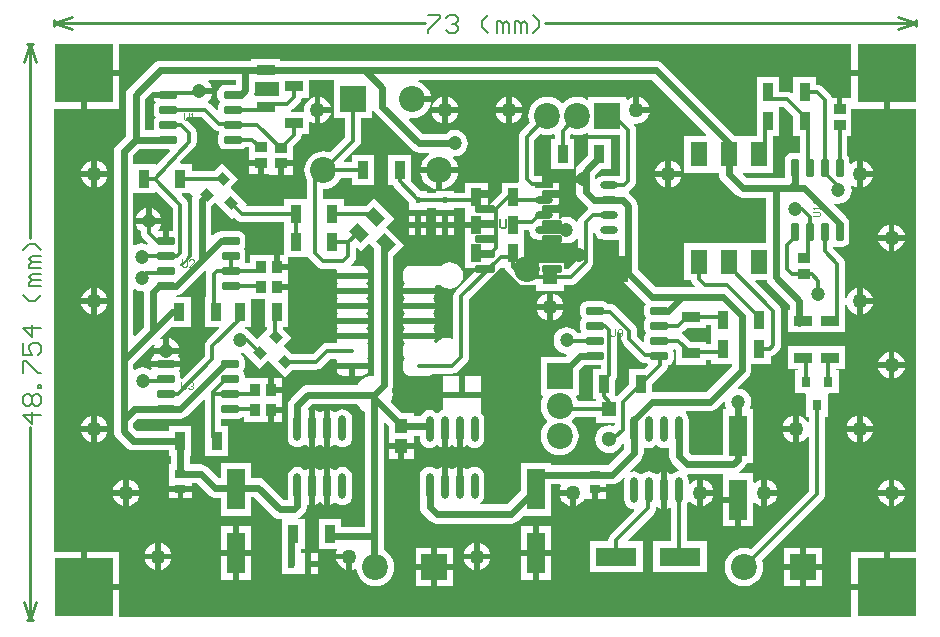
<source format=gtl>
G04*
G04 #@! TF.GenerationSoftware,Altium Limited,Altium Designer,19.1.8 (144)*
G04*
G04 Layer_Physical_Order=1*
G04 Layer_Color=255*
%FSLAX25Y25*%
%MOIN*%
G70*
G01*
G75*
%ADD10R,0.03543X0.05906*%
%ADD11R,0.03543X0.02559*%
%ADD12R,0.06299X0.13780*%
%ADD13R,0.05906X0.03543*%
%ADD14O,0.02362X0.08661*%
%ADD15R,0.13780X0.06299*%
%ADD16R,0.04331X0.04921*%
%ADD17R,0.01772X0.02323*%
G04:AMPARAMS|DCode=18|XSize=39.37mil|YSize=55.12mil|CornerRadius=0mil|HoleSize=0mil|Usage=FLASHONLY|Rotation=45.000|XOffset=0mil|YOffset=0mil|HoleType=Round|Shape=Rectangle|*
%AMROTATEDRECTD18*
4,1,4,0.00557,-0.03341,-0.03341,0.00557,-0.00557,0.03341,0.03341,-0.00557,0.00557,-0.03341,0.0*
%
%ADD18ROTATEDRECTD18*%

%ADD19R,0.03937X0.03347*%
%ADD20R,0.03937X0.03740*%
%ADD21R,0.02362X0.03150*%
%ADD22R,0.03150X0.03543*%
%ADD23R,0.05709X0.08268*%
G04:AMPARAMS|DCode=24|XSize=25.59mil|YSize=64.96mil|CornerRadius=1.92mil|HoleSize=0mil|Usage=FLASHONLY|Rotation=90.000|XOffset=0mil|YOffset=0mil|HoleType=Round|Shape=RoundedRectangle|*
%AMROUNDEDRECTD24*
21,1,0.02559,0.06112,0,0,90.0*
21,1,0.02175,0.06496,0,0,90.0*
1,1,0.00384,0.03056,0.01088*
1,1,0.00384,0.03056,-0.01088*
1,1,0.00384,-0.03056,-0.01088*
1,1,0.00384,-0.03056,0.01088*
%
%ADD24ROUNDEDRECTD24*%
%ADD25O,0.05984X0.02362*%
%ADD26R,0.05984X0.02362*%
G04:AMPARAMS|DCode=27|XSize=23.62mil|YSize=57.09mil|CornerRadius=2.01mil|HoleSize=0mil|Usage=FLASHONLY|Rotation=180.000|XOffset=0mil|YOffset=0mil|HoleType=Round|Shape=RoundedRectangle|*
%AMROUNDEDRECTD27*
21,1,0.02362,0.05307,0,0,180.0*
21,1,0.01961,0.05709,0,0,180.0*
1,1,0.00402,-0.00980,0.02653*
1,1,0.00402,0.00980,0.02653*
1,1,0.00402,0.00980,-0.02653*
1,1,0.00402,-0.00980,-0.02653*
%
%ADD27ROUNDEDRECTD27*%
G04:AMPARAMS|DCode=28|XSize=23.62mil|YSize=57.09mil|CornerRadius=2.01mil|HoleSize=0mil|Usage=FLASHONLY|Rotation=90.000|XOffset=0mil|YOffset=0mil|HoleType=Round|Shape=RoundedRectangle|*
%AMROUNDEDRECTD28*
21,1,0.02362,0.05307,0,0,90.0*
21,1,0.01961,0.05709,0,0,90.0*
1,1,0.00402,0.02653,0.00980*
1,1,0.00402,0.02653,-0.00980*
1,1,0.00402,-0.02653,-0.00980*
1,1,0.00402,-0.02653,0.00980*
%
%ADD28ROUNDEDRECTD28*%
G04:AMPARAMS|DCode=29|XSize=31.5mil|YSize=35.43mil|CornerRadius=0mil|HoleSize=0mil|Usage=FLASHONLY|Rotation=45.000|XOffset=0mil|YOffset=0mil|HoleType=Round|Shape=Rectangle|*
%AMROTATEDRECTD29*
4,1,4,0.00139,-0.02366,-0.02366,0.00139,-0.00139,0.02366,0.02366,-0.00139,0.00139,-0.02366,0.0*
%
%ADD29ROTATEDRECTD29*%

%ADD30R,0.03347X0.03937*%
%ADD31C,0.01000*%
%ADD32C,0.02362*%
%ADD33C,0.01181*%
%ADD34C,0.00600*%
%ADD35C,0.00591*%
%ADD36C,0.00394*%
%ADD37R,0.05118X0.05118*%
%ADD38C,0.05118*%
%ADD39R,0.19685X0.19685*%
%ADD40C,0.08661*%
%ADD41R,0.08661X0.08661*%
%ADD42R,0.08661X0.08661*%
%ADD43C,0.04724*%
%ADD44C,0.05000*%
G36*
X265748Y182087D02*
X277559D01*
Y181102D01*
X278543D01*
Y169291D01*
X287402D01*
Y21654D01*
X278543D01*
Y9843D01*
X277559D01*
Y8858D01*
X265748D01*
Y0D01*
X21654D01*
Y8858D01*
X9843D01*
Y9843D01*
X8858D01*
Y21654D01*
X0D01*
Y169291D01*
X8858D01*
Y181102D01*
X9843D01*
Y182087D01*
X21654D01*
Y190945D01*
X265748D01*
Y182087D01*
D02*
G37*
%LPC*%
G36*
X195079Y173275D02*
Y169882D01*
X198472D01*
X198448Y170064D01*
X197998Y171151D01*
X197281Y172085D01*
X196348Y172801D01*
X195261Y173251D01*
X195079Y173275D01*
D02*
G37*
G36*
X152559D02*
Y169882D01*
X155952D01*
X155928Y170064D01*
X155478Y171151D01*
X154762Y172085D01*
X153828Y172801D01*
X152741Y173251D01*
X152559Y173275D01*
D02*
G37*
G36*
X150591D02*
X150408Y173251D01*
X149321Y172801D01*
X148388Y172085D01*
X147671Y171151D01*
X147221Y170064D01*
X147197Y169882D01*
X150591D01*
Y173275D01*
D02*
G37*
G36*
X131299D02*
Y169882D01*
X134692D01*
X134668Y170064D01*
X134218Y171151D01*
X133502Y172085D01*
X132568Y172801D01*
X131481Y173251D01*
X131299Y173275D01*
D02*
G37*
G36*
X129331D02*
X129148Y173251D01*
X128061Y172801D01*
X127128Y172085D01*
X126412Y171151D01*
X125961Y170064D01*
X125937Y169882D01*
X129331D01*
Y173275D01*
D02*
G37*
G36*
X21654Y180118D02*
X10827D01*
Y169291D01*
X21654D01*
Y180118D01*
D02*
G37*
G36*
X155952Y167913D02*
X152559D01*
Y164520D01*
X152741Y164544D01*
X153828Y164994D01*
X154762Y165711D01*
X155478Y166644D01*
X155928Y167731D01*
X155952Y167913D01*
D02*
G37*
G36*
X150591D02*
X147197D01*
X147221Y167731D01*
X147671Y166644D01*
X148388Y165711D01*
X149321Y164994D01*
X150408Y164544D01*
X150591Y164520D01*
Y167913D01*
D02*
G37*
G36*
X134692D02*
X131299D01*
Y164520D01*
X131481Y164544D01*
X132568Y164994D01*
X133502Y165711D01*
X134218Y166644D01*
X134668Y167731D01*
X134692Y167913D01*
D02*
G37*
G36*
X129331D02*
X125937D01*
X125961Y167731D01*
X126412Y166644D01*
X127128Y165711D01*
X128061Y164994D01*
X129148Y164544D01*
X129331Y164520D01*
Y167913D01*
D02*
G37*
G36*
X75425Y185858D02*
X65520D01*
Y185295D01*
X35236D01*
X34406Y185186D01*
X33953Y184998D01*
X33632Y184865D01*
X32967Y184355D01*
X32967Y184355D01*
X24897Y176285D01*
X24387Y175620D01*
X24066Y174846D01*
X23957Y174016D01*
Y160384D01*
X20960Y157387D01*
X20450Y156722D01*
X20129Y155948D01*
X20020Y155118D01*
Y85433D01*
Y65748D01*
Y61811D01*
X20129Y60981D01*
X20450Y60207D01*
X20960Y59542D01*
X24109Y56393D01*
X24109Y56393D01*
X24774Y55883D01*
X25547Y55562D01*
X26378Y55453D01*
X26378Y55453D01*
X38158D01*
Y53709D01*
X38917D01*
Y50917D01*
X38354D01*
Y44358D01*
X38386D01*
Y43701D01*
X42126D01*
X45866D01*
Y44358D01*
X45898D01*
Y44429D01*
X47490D01*
X51275Y40645D01*
X51275Y40645D01*
X51939Y40135D01*
X52713Y39814D01*
X53543Y39705D01*
X55480D01*
Y33630D01*
X65780D01*
Y39803D01*
X66683D01*
X72928Y33558D01*
X72928Y33558D01*
X73593Y33048D01*
X73913Y32915D01*
X74366Y32728D01*
X75197Y32618D01*
X75497D01*
X75953Y32512D01*
X75953Y32118D01*
Y27741D01*
X75936Y27700D01*
X75827Y26870D01*
Y17717D01*
X75854Y17508D01*
Y14142D01*
X82217D01*
Y14173D01*
X83760D01*
Y17717D01*
Y21260D01*
X82244D01*
Y22606D01*
X83496D01*
Y32512D01*
X81537D01*
X81438Y33012D01*
X81525Y33048D01*
X82190Y33558D01*
X83352Y34719D01*
X83352Y34719D01*
X83862Y35384D01*
X84182Y36158D01*
X84291Y36988D01*
Y37153D01*
X84791Y37480D01*
X85099Y37353D01*
Y43504D01*
Y49655D01*
X84494Y49405D01*
X83939Y48978D01*
X83353Y48921D01*
X83352Y48922D01*
X82687Y49432D01*
X81913Y49753D01*
X81083Y49862D01*
X80252Y49753D01*
X79479Y49432D01*
X78814Y48922D01*
X78304Y48258D01*
X77984Y47484D01*
X77874Y46653D01*
Y43504D01*
Y39035D01*
X76526D01*
X70281Y45281D01*
X69616Y45790D01*
X68842Y46111D01*
X68012Y46220D01*
X65780D01*
Y51409D01*
X55480D01*
Y46122D01*
X54872D01*
X51088Y49907D01*
X50423Y50416D01*
X49649Y50737D01*
X48819Y50846D01*
X45898D01*
Y50917D01*
X45335D01*
Y53709D01*
X45701D01*
Y63614D01*
X38158D01*
Y61870D01*
X27707D01*
X26437Y63140D01*
Y64419D01*
X28101Y66083D01*
X34472D01*
X34551Y66067D01*
X39858D01*
X39937Y66083D01*
X42126D01*
X42956Y66192D01*
X43730Y66513D01*
X44395Y67023D01*
X49878Y72506D01*
X50340Y72314D01*
Y59843D01*
X50362Y59673D01*
Y53709D01*
X57906D01*
Y63614D01*
X55566D01*
Y65761D01*
X55952Y66078D01*
X56008Y66067D01*
X61315D01*
X62174Y66238D01*
X62833Y66678D01*
X63354D01*
Y64929D01*
X70701D01*
Y64961D01*
X71358D01*
Y68898D01*
X72343D01*
Y69882D01*
X75984D01*
Y72835D01*
X75984D01*
Y74606D01*
X72342D01*
Y75591D01*
X71358D01*
Y79528D01*
X70701D01*
Y79559D01*
X63559D01*
Y80272D01*
X63388Y81130D01*
X62946Y81791D01*
X63388Y82452D01*
X63559Y83311D01*
Y85272D01*
X63388Y86130D01*
X62902Y86858D01*
X62268Y87282D01*
X62294Y87686D01*
X62332Y87795D01*
X62950Y87876D01*
X63402Y88064D01*
X68726Y82740D01*
X71114Y85128D01*
X71605Y85151D01*
X76939Y79817D01*
X79521Y82399D01*
X87374D01*
X88050Y82488D01*
X88680Y82749D01*
X89221Y83164D01*
X92106Y86049D01*
X94093D01*
X94294Y85673D01*
X94310Y85549D01*
X94151Y84749D01*
Y84646D01*
X99410D01*
X104668D01*
Y84749D01*
X104501Y85592D01*
X104139Y86133D01*
X104530Y86719D01*
X104701Y87574D01*
Y89749D01*
X104530Y90604D01*
X104139Y91190D01*
X104501Y91731D01*
X104668Y92574D01*
Y92677D01*
X99410D01*
X94151D01*
Y92574D01*
X94310Y91774D01*
X94294Y91650D01*
X94093Y91274D01*
X91024D01*
X90347Y91185D01*
X89717Y90924D01*
X89176Y90509D01*
X86291Y87624D01*
X79242D01*
X76660Y90206D01*
X76683Y90697D01*
X79071Y93085D01*
X76350Y95806D01*
Y96622D01*
X77984D01*
Y106528D01*
X77953D01*
Y108858D01*
X74311D01*
Y110827D01*
X77953D01*
Y112598D01*
X77953D01*
Y115551D01*
X74311D01*
Y116535D01*
X73327D01*
Y120472D01*
X72669D01*
Y120504D01*
X65323D01*
Y117849D01*
X63749D01*
X63513Y118290D01*
X63585Y118397D01*
X63756Y119256D01*
Y121216D01*
X63585Y122075D01*
X63143Y122736D01*
X63585Y123397D01*
X63756Y124256D01*
Y126216D01*
X63585Y127075D01*
X63098Y127803D01*
X62370Y128290D01*
X61512Y128460D01*
X56205D01*
X56126Y128445D01*
X55551D01*
X55551Y128445D01*
X54721Y128335D01*
X53947Y128015D01*
X53282Y127505D01*
X53282Y127505D01*
X52827Y127050D01*
X52365Y127241D01*
Y136851D01*
X53398Y137884D01*
X53888Y137907D01*
X59223Y132573D01*
X59903Y133253D01*
X60751Y132404D01*
X61292Y131989D01*
X61922Y131728D01*
X62599Y131639D01*
X76740D01*
Y129299D01*
Y120472D01*
X75295D01*
Y117520D01*
X77953D01*
Y119851D01*
X84284D01*
Y119851D01*
X84762Y119903D01*
X84784Y119903D01*
X85160Y119412D01*
X87916Y116656D01*
X88457Y116241D01*
X89087Y115980D01*
X89764Y115891D01*
X93963D01*
X94278Y115391D01*
X94151Y114749D01*
Y114646D01*
X99410D01*
X104668D01*
Y114749D01*
X104501Y115592D01*
X104023Y116307D01*
X103309Y116784D01*
X102466Y116952D01*
X99253D01*
X99062Y117414D01*
X99891Y118243D01*
X100306Y118784D01*
X100567Y119414D01*
X100656Y120090D01*
Y122828D01*
X101118Y123020D01*
X102330Y121808D01*
X104975Y124452D01*
X106634Y122793D01*
Y80502D01*
X106496Y80377D01*
X105255Y80255D01*
X104062Y79893D01*
X102962Y79305D01*
X101998Y78514D01*
X101207Y77550D01*
X101033Y77224D01*
X84646D01*
X83815Y77115D01*
X83042Y76795D01*
X82377Y76285D01*
X78814Y72722D01*
X78304Y72057D01*
X77984Y71283D01*
X77874Y70453D01*
Y65945D01*
Y62795D01*
Y59646D01*
X77984Y58815D01*
X78304Y58041D01*
X78814Y57377D01*
X79479Y56867D01*
X80252Y56546D01*
X81083Y56437D01*
X81913Y56546D01*
X82687Y56867D01*
X83352Y57377D01*
X83353Y57378D01*
X83939Y57321D01*
X84494Y56894D01*
X85099Y56644D01*
Y62795D01*
Y68977D01*
X84593Y69274D01*
X84577Y69410D01*
X85975Y70807D01*
X101033D01*
X101207Y70482D01*
X101998Y69518D01*
X102962Y68727D01*
X103583Y68395D01*
Y29980D01*
X95701D01*
Y32512D01*
X88158D01*
Y22606D01*
X94143D01*
X94428Y22106D01*
X94072Y21245D01*
X94048Y21063D01*
X98425D01*
Y20079D01*
X99409D01*
Y15701D01*
X99592Y15725D01*
X100275Y16008D01*
X100809Y15688D01*
X100848Y15294D01*
X101210Y14101D01*
X101797Y13001D01*
X102588Y12037D01*
X103552Y11246D01*
X104652Y10658D01*
X105846Y10296D01*
X107087Y10174D01*
X108328Y10296D01*
X109521Y10658D01*
X110621Y11246D01*
X111585Y12037D01*
X112376Y13001D01*
X112964Y14101D01*
X113326Y15294D01*
X113448Y16535D01*
X113326Y17776D01*
X112964Y18970D01*
X112376Y20070D01*
X111585Y21034D01*
X110621Y21825D01*
X110000Y22157D01*
Y26772D01*
Y64435D01*
X110462Y64627D01*
X111583Y63506D01*
Y59122D01*
X111614D01*
Y57874D01*
X119882D01*
Y59122D01*
X119913D01*
Y60374D01*
X121969D01*
Y59449D01*
X122078Y58618D01*
X122399Y57845D01*
X122909Y57180D01*
X123573Y56670D01*
X124347Y56350D01*
X125177Y56240D01*
X126008Y56350D01*
X126782Y56670D01*
X127446Y57180D01*
X127463Y57203D01*
X127931D01*
X128589Y56698D01*
X129193Y56447D01*
Y62598D01*
X131162D01*
Y56447D01*
X131766Y56698D01*
X132346Y57143D01*
X132641Y57207D01*
X132714D01*
X133008Y57143D01*
X133589Y56698D01*
X134193Y56447D01*
Y62598D01*
X136162D01*
Y56447D01*
X136766Y56698D01*
X137321Y57124D01*
X137908Y57181D01*
X137909Y57180D01*
X138573Y56670D01*
X139347Y56350D01*
X140177Y56240D01*
X141008Y56350D01*
X141782Y56670D01*
X142446Y57180D01*
X142956Y57845D01*
X143277Y58618D01*
X143386Y59449D01*
Y65748D01*
X143277Y66578D01*
X142956Y67352D01*
X142446Y68017D01*
X142323Y68111D01*
Y73032D01*
X136024D01*
X129725D01*
Y68865D01*
X129355Y68817D01*
X128589Y68499D01*
X127931Y67994D01*
X127463D01*
X127446Y68017D01*
X126782Y68527D01*
X126008Y68847D01*
X125177Y68957D01*
X124347Y68847D01*
X123573Y68527D01*
X122909Y68017D01*
X122399Y67352D01*
X122166Y66791D01*
X119913D01*
Y68043D01*
X116120D01*
X112422Y71742D01*
X112735Y72775D01*
X112857Y74016D01*
X112735Y75257D01*
X112594Y75722D01*
X112621Y75758D01*
X112942Y76532D01*
X113051Y77362D01*
Y120279D01*
X116712Y123940D01*
X110587Y130064D01*
X113232Y132709D01*
X106506Y139435D01*
X103936Y136865D01*
X96488D01*
Y139205D01*
X89621D01*
Y142328D01*
X89764Y142458D01*
X91005Y142580D01*
X92198Y142942D01*
X93298Y143530D01*
X94262Y144321D01*
X95053Y145285D01*
X95546Y146206D01*
X99181D01*
Y143866D01*
X106724D01*
Y153772D01*
X99181D01*
Y151432D01*
X96725D01*
X96534Y151894D01*
X101454Y156814D01*
X101869Y157355D01*
X102130Y157985D01*
X102219Y158661D01*
Y166110D01*
X105937D01*
Y168938D01*
X106437Y169037D01*
X106670Y168474D01*
X107180Y167810D01*
X119385Y155605D01*
X120049Y155095D01*
X120823Y154775D01*
X121653Y154666D01*
X124893D01*
X125014Y154180D01*
X124830Y154082D01*
X123871Y153295D01*
X123083Y152336D01*
X122499Y151241D01*
X122138Y150054D01*
X122114Y149803D01*
X128346D01*
X134579D01*
X134555Y150054D01*
X134194Y151241D01*
X133609Y152336D01*
X133043Y153025D01*
X133304Y153495D01*
X133465Y153474D01*
X134603Y153624D01*
X135664Y154064D01*
X136576Y154763D01*
X137275Y155674D01*
X137715Y156735D01*
X137864Y157874D01*
X137715Y159013D01*
X137275Y160074D01*
X136576Y160985D01*
X135664Y161684D01*
X134603Y162124D01*
X133465Y162274D01*
X132326Y162124D01*
X131265Y161684D01*
X130480Y161083D01*
X122983D01*
X118365Y165700D01*
X118592Y166180D01*
X119291Y166111D01*
X120526Y166233D01*
X121714Y166593D01*
X122808Y167178D01*
X123767Y167965D01*
X124554Y168924D01*
X125139Y170018D01*
X125499Y171206D01*
X125524Y171457D01*
X119291D01*
Y173425D01*
X125524D01*
X125499Y173676D01*
X125139Y174863D01*
X124554Y175957D01*
X123767Y176917D01*
X122808Y177704D01*
X121714Y178289D01*
X121419Y178378D01*
X121493Y178878D01*
X199261D01*
X217410Y160730D01*
X217218Y160268D01*
X209949D01*
Y148000D01*
X219658D01*
Y148000D01*
X219949Y148000D01*
Y148000D01*
X220158Y148000D01*
X221595D01*
Y147638D01*
X221704Y146807D01*
X222025Y146033D01*
X222534Y145369D01*
X227259Y140645D01*
X227923Y140135D01*
X228697Y139814D01*
X229528Y139705D01*
X237343D01*
Y124441D01*
X229949D01*
X229949Y124441D01*
X229658D01*
Y124441D01*
X229449Y124441D01*
X219949D01*
Y124441D01*
X219658D01*
Y124441D01*
X209949D01*
Y112173D01*
X212404D01*
X212437Y111922D01*
X212698Y111292D01*
X213113Y110751D01*
X213500Y110363D01*
X213309Y109901D01*
X200542D01*
X194547Y115896D01*
Y137008D01*
X194547Y137008D01*
X194438Y137838D01*
X194117Y138612D01*
X193607Y139277D01*
X191757Y141127D01*
X191567Y141273D01*
Y141903D01*
X191707Y142011D01*
X193186Y143490D01*
X193601Y144031D01*
X193862Y144661D01*
X193951Y145338D01*
Y162205D01*
X193862Y162881D01*
X193601Y163511D01*
X193226Y164001D01*
X193274Y164181D01*
X193473Y164472D01*
X194094Y164391D01*
X195261Y164544D01*
X196348Y164994D01*
X197281Y165711D01*
X197998Y166644D01*
X198448Y167731D01*
X198472Y167913D01*
X194094D01*
Y168898D01*
X193110D01*
Y173275D01*
X192928Y173251D01*
X191841Y172801D01*
X191240Y172340D01*
X190740Y172586D01*
Y173260D01*
X178079D01*
Y172713D01*
X177579Y172414D01*
X176844Y172806D01*
X175650Y173168D01*
X174409Y173291D01*
X173168Y173168D01*
X171975Y172806D01*
X170875Y172219D01*
X169911Y171427D01*
X169659Y171121D01*
X169159D01*
X168907Y171427D01*
X167944Y172219D01*
X166844Y172806D01*
X165650Y173168D01*
X164409Y173291D01*
X163168Y173168D01*
X161975Y172806D01*
X160875Y172219D01*
X159911Y171427D01*
X159120Y170463D01*
X158532Y169364D01*
X158170Y168170D01*
X158048Y166929D01*
X158170Y165688D01*
X158474Y164689D01*
X155633Y161848D01*
X155218Y161307D01*
X154956Y160677D01*
X154867Y160000D01*
Y146063D01*
X154956Y145387D01*
X155027Y145217D01*
X154693Y144717D01*
X149181D01*
Y141459D01*
X145396Y137674D01*
X145020Y137183D01*
X144851Y137187D01*
X144520Y137325D01*
Y144717D01*
X136976D01*
Y141412D01*
X133201D01*
Y141961D01*
X127429D01*
Y141412D01*
X124146D01*
Y141961D01*
X122069D01*
X118929Y145101D01*
Y153772D01*
X111386D01*
Y143866D01*
X112898D01*
X113310Y143330D01*
X118374Y138266D01*
Y135638D01*
X124146D01*
Y136186D01*
X127429D01*
Y135638D01*
X133201D01*
Y136186D01*
X136976D01*
Y134811D01*
X137008D01*
Y131693D01*
X140748D01*
Y129724D01*
X137008D01*
Y126213D01*
X136976D01*
Y116307D01*
X140867D01*
X141058Y115845D01*
X133814Y108601D01*
X133399Y108060D01*
X133138Y107430D01*
X133048Y106753D01*
Y92876D01*
X132548Y92542D01*
X131847Y92833D01*
X130709Y92983D01*
X129570Y92833D01*
X128509Y92393D01*
X127597Y91694D01*
X127363Y91388D01*
X127126Y91401D01*
X127037Y91479D01*
X126779Y91903D01*
X126912Y92574D01*
Y92677D01*
X121653D01*
X116395D01*
Y92574D01*
X116562Y91731D01*
X116924Y91190D01*
X116533Y90604D01*
X116363Y89749D01*
Y87574D01*
X116533Y86719D01*
X116905Y86161D01*
X116533Y85604D01*
X116363Y84749D01*
Y82574D01*
X116533Y81719D01*
X117017Y80993D01*
X117742Y80509D01*
X118597Y80339D01*
X124710D01*
X125565Y80509D01*
X126290Y80993D01*
X126306Y81017D01*
X132760D01*
X133436Y81106D01*
X134067Y81367D01*
X134608Y81782D01*
X137509Y84684D01*
X137924Y85225D01*
X138185Y85855D01*
X138274Y86531D01*
Y105671D01*
X148739Y116135D01*
X149181Y116307D01*
Y116307D01*
X149181Y116307D01*
X150396D01*
X150429Y116056D01*
X150690Y115426D01*
X151105Y114885D01*
X154570Y111420D01*
X155111Y111005D01*
X155741Y110744D01*
X156417Y110655D01*
X160795D01*
Y108709D01*
X169913D01*
Y110655D01*
X172323D01*
X172999Y110744D01*
X173629Y111005D01*
X174170Y111420D01*
X179013Y116263D01*
X179428Y116804D01*
X179689Y117434D01*
X179778Y118110D01*
Y127758D01*
X180278Y127858D01*
X180528Y127254D01*
X181038Y126590D01*
X181703Y126080D01*
X182477Y125759D01*
X183307Y125650D01*
X186929D01*
X187630Y125742D01*
X188130Y125440D01*
Y114567D01*
X188239Y113736D01*
X188560Y112963D01*
X189070Y112298D01*
X196944Y104424D01*
X196944Y104424D01*
X197209Y104220D01*
X196947Y103827D01*
X196776Y102968D01*
Y101008D01*
X196947Y100149D01*
X197388Y99488D01*
X196947Y98827D01*
X196776Y97968D01*
Y96008D01*
X196947Y95149D01*
X197388Y94488D01*
X196947Y93827D01*
X196776Y92968D01*
Y91825D01*
X196314Y91633D01*
X194345Y93602D01*
Y95276D01*
X194256Y95952D01*
X193995Y96582D01*
X193580Y97123D01*
X187281Y103422D01*
X186740Y103838D01*
X186109Y104099D01*
X185433Y104188D01*
X184702D01*
X184457Y104555D01*
X183729Y105042D01*
X182870Y105212D01*
X177563D01*
X176704Y105042D01*
X175976Y104555D01*
X175490Y103827D01*
X175319Y102968D01*
Y101008D01*
X175490Y100149D01*
X175932Y99488D01*
X175490Y98827D01*
X175319Y97968D01*
Y96008D01*
X175486Y95170D01*
X175494Y95081D01*
X175232Y94670D01*
X174413D01*
X173977Y95237D01*
X173066Y95936D01*
X172005Y96376D01*
X170866Y96526D01*
X169727Y96376D01*
X168666Y95936D01*
X167755Y95237D01*
X167056Y94326D01*
X166616Y93265D01*
X166466Y92126D01*
X166616Y90987D01*
X167056Y89926D01*
X167755Y89015D01*
X168666Y88316D01*
X169727Y87876D01*
X170763Y87740D01*
X171019Y87289D01*
X170297Y86567D01*
X162173D01*
Y73905D01*
X162720D01*
X163020Y73405D01*
X162627Y72671D01*
X162265Y71477D01*
X162143Y70236D01*
X162265Y68995D01*
X162627Y67802D01*
X163215Y66702D01*
X164006Y65738D01*
X164313Y65486D01*
Y64986D01*
X164006Y64734D01*
X163215Y63770D01*
X162627Y62671D01*
X162265Y61477D01*
X162143Y60236D01*
X162265Y58995D01*
X162627Y57802D01*
X163215Y56702D01*
X164006Y55738D01*
X164970Y54947D01*
X166070Y54359D01*
X167263Y53997D01*
X168504Y53875D01*
X169745Y53997D01*
X170938Y54359D01*
X172038Y54947D01*
X173002Y55738D01*
X173793Y56702D01*
X174381Y57802D01*
X174743Y58995D01*
X174865Y60236D01*
X174743Y61477D01*
X174381Y62671D01*
X173793Y63770D01*
X173002Y64734D01*
X172695Y64986D01*
Y65486D01*
X173002Y65738D01*
X173677Y66560D01*
X180480D01*
Y64614D01*
X186903D01*
Y63877D01*
X186403Y63543D01*
X186230Y63615D01*
X185039Y63772D01*
X183849Y63615D01*
X182740Y63156D01*
X181788Y62425D01*
X181057Y61472D01*
X180598Y60364D01*
X180441Y59173D01*
X180598Y57983D01*
X181057Y56874D01*
X181788Y55922D01*
X182740Y55191D01*
X183849Y54732D01*
X185039Y54575D01*
X186230Y54732D01*
X187339Y55191D01*
X188291Y55922D01*
X189022Y56874D01*
X189481Y57983D01*
X189517Y58257D01*
X189579Y58292D01*
X190079Y58003D01*
Y55938D01*
X184692Y50551D01*
X184086D01*
Y50622D01*
X176543D01*
Y50551D01*
X165780D01*
Y51410D01*
X155480D01*
Y41908D01*
X151033Y37461D01*
X142196D01*
X142027Y37960D01*
X142446Y38282D01*
X142956Y38947D01*
X143277Y39721D01*
X143386Y40551D01*
Y46850D01*
X143277Y47681D01*
X142956Y48455D01*
X142446Y49119D01*
X141782Y49629D01*
X141008Y49950D01*
X140177Y50059D01*
X139347Y49950D01*
X138573Y49629D01*
X137909Y49119D01*
X137908Y49118D01*
X137321Y49175D01*
X136766Y49602D01*
X136162Y49852D01*
Y43701D01*
X134193D01*
Y49852D01*
X133589Y49602D01*
X132931Y49097D01*
X132927Y49092D01*
X132427D01*
X132424Y49097D01*
X131766Y49602D01*
X131162Y49852D01*
Y43701D01*
X129193D01*
Y49852D01*
X128589Y49602D01*
X128033Y49175D01*
X127604Y49133D01*
X127366Y49181D01*
X126782Y49629D01*
X126008Y49950D01*
X125177Y50059D01*
X124347Y49950D01*
X123573Y49629D01*
X122909Y49119D01*
X122399Y48455D01*
X122078Y47681D01*
X121969Y46850D01*
Y43701D01*
Y40551D01*
Y36634D01*
X122078Y35803D01*
X122399Y35029D01*
X122909Y34365D01*
X125290Y31983D01*
X125290Y31983D01*
X125955Y31473D01*
X126729Y31153D01*
X127559Y31043D01*
X152362D01*
X153193Y31153D01*
X153966Y31473D01*
X154631Y31983D01*
X156278Y33630D01*
X165780D01*
Y44134D01*
X168782D01*
X169003Y43685D01*
X168931Y43592D01*
X168481Y42505D01*
X168457Y42323D01*
X172835D01*
Y41339D01*
X173819D01*
Y36961D01*
X174001Y36985D01*
X175088Y37435D01*
X176022Y38152D01*
X176738Y39085D01*
X176774Y39173D01*
X179331D01*
Y42421D01*
X180315D01*
Y43406D01*
X184055D01*
Y44063D01*
X184086D01*
Y44134D01*
X186021D01*
X186851Y44243D01*
X187625Y44564D01*
X188289Y45074D01*
X189877Y46661D01*
X190301Y46378D01*
X190188Y46106D01*
X190079Y45276D01*
Y38976D01*
X190188Y38146D01*
X190509Y37372D01*
X191019Y36708D01*
X191683Y36198D01*
X192457Y35877D01*
X193189Y35781D01*
X193449Y35333D01*
X185554Y27438D01*
X185139Y26897D01*
X184878Y26267D01*
X184789Y25591D01*
Y25228D01*
X178512D01*
Y14929D01*
X196291D01*
Y25228D01*
X191388D01*
X191196Y25690D01*
X199909Y34403D01*
X200324Y34944D01*
X200585Y35574D01*
X200674Y36250D01*
Y36408D01*
X200740Y36466D01*
X201174Y36628D01*
X201699Y36225D01*
X202303Y35975D01*
Y42126D01*
Y48277D01*
X201699Y48027D01*
X201144Y47600D01*
X200714Y47558D01*
X200476Y47606D01*
X199892Y48054D01*
X199118Y48375D01*
X198287Y48484D01*
X197457Y48375D01*
X196683Y48054D01*
X196124Y47625D01*
X195787Y47577D01*
X195451Y47625D01*
X194892Y48054D01*
X194118Y48375D01*
X193287Y48484D01*
X192457Y48375D01*
X192185Y48262D01*
X191902Y48686D01*
X195556Y52340D01*
X195556Y52340D01*
X196066Y53005D01*
X196387Y53779D01*
X196496Y54609D01*
Y56206D01*
X196996Y56541D01*
X197457Y56350D01*
X198287Y56240D01*
X199118Y56350D01*
X199892Y56670D01*
X200451Y57099D01*
X200787Y57147D01*
X201124Y57099D01*
X201683Y56670D01*
X202457Y56350D01*
X203287Y56240D01*
X204118Y56350D01*
X204579Y56541D01*
X205079Y56206D01*
Y53524D01*
X205188Y52693D01*
X205509Y51919D01*
X206019Y51255D01*
X208306Y48967D01*
X208304Y48918D01*
X208106Y48460D01*
X207457Y48375D01*
X206683Y48054D01*
X206099Y47606D01*
X205861Y47558D01*
X205431Y47600D01*
X204876Y48027D01*
X204272Y48277D01*
Y42126D01*
Y35975D01*
X204876Y36225D01*
X205174Y36454D01*
X205675Y36208D01*
Y25228D01*
X199772D01*
Y14929D01*
X217551D01*
Y25228D01*
X210900D01*
Y37156D01*
X211066Y37372D01*
X211387Y38146D01*
X211409Y38318D01*
X211932Y38458D01*
X212167Y38152D01*
X213101Y37435D01*
X214188Y36985D01*
X214370Y36961D01*
Y41339D01*
Y45716D01*
X214188Y45692D01*
X213101Y45242D01*
X212167Y44526D01*
X211969Y44268D01*
X211496Y44428D01*
Y45276D01*
X211387Y46106D01*
X211066Y46880D01*
X210905Y47090D01*
X210949Y47272D01*
X211160Y47579D01*
X222835D01*
Y39961D01*
X227953D01*
Y38976D01*
X228937D01*
Y30118D01*
X233071D01*
Y37844D01*
X233571Y38041D01*
X234361Y37435D01*
X235448Y36985D01*
X235630Y36961D01*
Y41339D01*
Y45716D01*
X235448Y45692D01*
X234361Y45242D01*
X233571Y44636D01*
X233071Y44833D01*
Y47835D01*
X228577D01*
X228407Y48335D01*
X228647Y48519D01*
X230222Y50094D01*
X230732Y50758D01*
X230975Y51346D01*
X233102D01*
Y69126D01*
X232089D01*
X231835Y69626D01*
X232203Y70515D01*
X232353Y71653D01*
X232203Y72792D01*
X231763Y73853D01*
X231064Y74765D01*
X230153Y75464D01*
X229092Y75903D01*
X228126Y76030D01*
X227907Y76519D01*
X231403Y80015D01*
X231913Y80679D01*
X232233Y81453D01*
X232342Y82284D01*
X232342Y82284D01*
Y84417D01*
X238811D01*
Y86787D01*
X239259Y86846D01*
X239889Y87107D01*
X240430Y87523D01*
X241611Y88704D01*
X242027Y89245D01*
X242288Y89875D01*
X242377Y90551D01*
Y101969D01*
X242288Y102645D01*
X242027Y103275D01*
X241611Y103816D01*
X233716Y111712D01*
X233907Y112173D01*
X237529D01*
X237772Y111585D01*
X238282Y110920D01*
X245217Y103986D01*
Y102394D01*
X244654D01*
Y94851D01*
X248215D01*
X248425Y94823D01*
X248635Y94851D01*
X253709D01*
Y94850D01*
X263614D01*
Y97862D01*
X263636Y98032D01*
Y104024D01*
X264137Y104057D01*
X264150Y103952D01*
X264601Y102865D01*
X265317Y101931D01*
X266250Y101215D01*
X267337Y100765D01*
X267520Y100741D01*
Y105118D01*
Y109496D01*
X267337Y109472D01*
X266250Y109021D01*
X265317Y108305D01*
X264601Y107372D01*
X264150Y106285D01*
X264137Y106179D01*
X263636Y106212D01*
Y117717D01*
X263547Y118393D01*
X263286Y119023D01*
X262871Y119564D01*
X259533Y122902D01*
X259566Y123238D01*
X259773Y123376D01*
X260044Y123511D01*
X260850Y123351D01*
X262811D01*
X263670Y123521D01*
X264398Y124008D01*
X264884Y124736D01*
X265055Y125595D01*
Y130902D01*
X265039Y130980D01*
Y131083D01*
X264930Y131913D01*
X264609Y132687D01*
X264100Y133352D01*
X260001Y137450D01*
X260279Y137876D01*
X261417Y137726D01*
X262556Y137876D01*
X263617Y138316D01*
X264528Y139015D01*
X265228Y139926D01*
X265667Y140987D01*
X265817Y142126D01*
X265667Y143265D01*
X265493Y143685D01*
X265904Y144001D01*
X266250Y143735D01*
X267337Y143284D01*
X267520Y143260D01*
Y147638D01*
Y152015D01*
X267337Y151991D01*
X266250Y151541D01*
X265555Y151007D01*
X265055Y151254D01*
Y152358D01*
X264884Y153217D01*
X264444Y153876D01*
Y160205D01*
X265779D01*
Y167551D01*
X265748D01*
Y168791D01*
X265748Y169291D01*
X266248Y169291D01*
X276575D01*
Y180118D01*
X265748D01*
Y173335D01*
X265748Y172835D01*
X265248Y172835D01*
X262795D01*
Y169193D01*
X260827D01*
Y172835D01*
X259374D01*
X259355Y172979D01*
X259093Y173610D01*
X258678Y174151D01*
X256178Y176651D01*
X255637Y177066D01*
X255007Y177327D01*
X254330Y177416D01*
X253969D01*
Y179756D01*
X246425D01*
Y174699D01*
X245925Y174453D01*
X245598Y174704D01*
X244968Y174965D01*
X244291Y175054D01*
X241764D01*
Y179756D01*
X234221D01*
Y170307D01*
X234220D01*
Y164343D01*
X234198Y164173D01*
Y160268D01*
X229949D01*
Y160268D01*
X229658D01*
Y160268D01*
X226947D01*
X202859Y184355D01*
X202195Y184865D01*
X201421Y185186D01*
X200590Y185295D01*
X75425D01*
Y185858D01*
D02*
G37*
G36*
X269488Y152015D02*
Y148622D01*
X272881D01*
X272857Y148804D01*
X272407Y149891D01*
X271691Y150825D01*
X270757Y151541D01*
X269670Y151991D01*
X269488Y152015D01*
D02*
G37*
G36*
X205709D02*
Y148622D01*
X209102D01*
X209078Y148804D01*
X208628Y149891D01*
X207911Y150825D01*
X206978Y151541D01*
X205891Y151991D01*
X205709Y152015D01*
D02*
G37*
G36*
X203740D02*
X203558Y151991D01*
X202471Y151541D01*
X201537Y150825D01*
X200821Y149891D01*
X200371Y148804D01*
X200347Y148622D01*
X203740D01*
Y152015D01*
D02*
G37*
G36*
X14370D02*
Y148622D01*
X17763D01*
X17739Y148804D01*
X17289Y149891D01*
X16573Y150825D01*
X15639Y151541D01*
X14552Y151991D01*
X14370Y152015D01*
D02*
G37*
G36*
X12402D02*
X12219Y151991D01*
X11132Y151541D01*
X10199Y150825D01*
X9483Y149891D01*
X9032Y148804D01*
X9008Y148622D01*
X12402D01*
Y152015D01*
D02*
G37*
G36*
X272881Y146653D02*
X269488D01*
Y143260D01*
X269670Y143284D01*
X270757Y143735D01*
X271691Y144451D01*
X272407Y145384D01*
X272857Y146471D01*
X272881Y146653D01*
D02*
G37*
G36*
X209102D02*
X205709D01*
Y143260D01*
X205891Y143284D01*
X206978Y143735D01*
X207911Y144451D01*
X208628Y145384D01*
X209078Y146471D01*
X209102Y146653D01*
D02*
G37*
G36*
X203740D02*
X200347D01*
X200371Y146471D01*
X200821Y145384D01*
X201537Y144451D01*
X202471Y143735D01*
X203558Y143284D01*
X203740Y143260D01*
Y146653D01*
D02*
G37*
G36*
X17763D02*
X14370D01*
Y143260D01*
X14552Y143284D01*
X15639Y143735D01*
X16573Y144451D01*
X17289Y145384D01*
X17739Y146471D01*
X17763Y146653D01*
D02*
G37*
G36*
X12402D02*
X9008D01*
X9032Y146471D01*
X9483Y145384D01*
X10199Y144451D01*
X11132Y143735D01*
X12219Y143284D01*
X12402Y143260D01*
Y146653D01*
D02*
G37*
G36*
X134579Y147835D02*
X129331D01*
Y142586D01*
X129581Y142611D01*
X130769Y142971D01*
X131863Y143556D01*
X132822Y144343D01*
X133609Y145302D01*
X134194Y146397D01*
X134555Y147584D01*
X134579Y147835D01*
D02*
G37*
G36*
X127362D02*
X122114D01*
X122138Y147584D01*
X122499Y146397D01*
X123083Y145302D01*
X123871Y144343D01*
X124830Y143556D01*
X125924Y142971D01*
X127111Y142611D01*
X127362Y142586D01*
Y147835D01*
D02*
G37*
G36*
X124114Y133622D02*
X122244D01*
Y131476D01*
X124114D01*
Y133622D01*
D02*
G37*
G36*
X120276D02*
X118406D01*
Y131476D01*
X120276D01*
Y133622D01*
D02*
G37*
G36*
X133169Y133622D02*
X131299D01*
Y131476D01*
X133169D01*
Y133622D01*
D02*
G37*
G36*
X129331D02*
X127461D01*
Y131476D01*
X129331D01*
Y133622D01*
D02*
G37*
G36*
X124114Y129508D02*
X122244D01*
Y127362D01*
X124114D01*
Y129508D01*
D02*
G37*
G36*
X120276D02*
X118406D01*
Y127362D01*
X120276D01*
Y129508D01*
D02*
G37*
G36*
X280118Y130755D02*
Y127362D01*
X283511D01*
X283487Y127544D01*
X283037Y128631D01*
X282321Y129565D01*
X281387Y130281D01*
X280300Y130731D01*
X280118Y130755D01*
D02*
G37*
G36*
X278150D02*
X277967Y130731D01*
X276880Y130281D01*
X275947Y129565D01*
X275231Y128631D01*
X274780Y127544D01*
X274756Y127362D01*
X278150D01*
Y130755D01*
D02*
G37*
G36*
X133169Y129508D02*
X131299D01*
Y127362D01*
X133169D01*
Y129508D01*
D02*
G37*
G36*
X129331D02*
X127461D01*
Y127362D01*
X129331D01*
Y129508D01*
D02*
G37*
G36*
X283511Y125394D02*
X280118D01*
Y122001D01*
X280300Y122024D01*
X281387Y122475D01*
X282321Y123191D01*
X283037Y124124D01*
X283487Y125211D01*
X283511Y125394D01*
D02*
G37*
G36*
X278150D02*
X274756D01*
X274780Y125211D01*
X275231Y124124D01*
X275947Y123191D01*
X276880Y122475D01*
X277967Y122024D01*
X278150Y122001D01*
Y125394D01*
D02*
G37*
G36*
X104668Y112677D02*
X99410D01*
X94151D01*
Y112574D01*
X94318Y111731D01*
X94699Y111161D01*
X94318Y110592D01*
X94151Y109749D01*
Y109646D01*
X99410D01*
X104668D01*
Y109749D01*
X104501Y110592D01*
X104120Y111161D01*
X104501Y111731D01*
X104668Y112574D01*
Y112677D01*
D02*
G37*
G36*
X131890Y118179D02*
X130751Y118029D01*
X129690Y117590D01*
X128905Y116988D01*
X121772D01*
X121740Y116984D01*
X118597D01*
X117742Y116814D01*
X117017Y116329D01*
X116533Y115604D01*
X116363Y114749D01*
Y112574D01*
X116533Y111719D01*
X116924Y111133D01*
X116562Y110592D01*
X116395Y109749D01*
Y109646D01*
X121653D01*
X126912D01*
Y109749D01*
X126826Y110185D01*
X127143Y110571D01*
X128905D01*
X129690Y109969D01*
X130751Y109530D01*
X131890Y109380D01*
X133028Y109530D01*
X134090Y109969D01*
X135001Y110668D01*
X135700Y111580D01*
X136140Y112641D01*
X136290Y113779D01*
X136140Y114918D01*
X135700Y115979D01*
X135001Y116891D01*
X134090Y117590D01*
X133028Y118029D01*
X131890Y118179D01*
D02*
G37*
G36*
X269488Y109496D02*
Y106102D01*
X272881D01*
X272857Y106285D01*
X272407Y107372D01*
X271691Y108305D01*
X270757Y109021D01*
X269670Y109472D01*
X269488Y109496D01*
D02*
G37*
G36*
X14370D02*
Y106102D01*
X17763D01*
X17739Y106285D01*
X17289Y107372D01*
X16573Y108305D01*
X15639Y109021D01*
X14552Y109472D01*
X14370Y109496D01*
D02*
G37*
G36*
X12402D02*
X12219Y109472D01*
X11132Y109021D01*
X10199Y108305D01*
X9483Y107372D01*
X9032Y106285D01*
X9008Y106102D01*
X12402D01*
Y109496D01*
D02*
G37*
G36*
X104668Y107677D02*
X99410D01*
X94151D01*
Y107574D01*
X94318Y106731D01*
X94699Y106161D01*
X94318Y105592D01*
X94151Y104749D01*
Y104646D01*
X99410D01*
X104668D01*
Y104749D01*
X104501Y105592D01*
X104120Y106161D01*
X104501Y106731D01*
X104668Y107574D01*
Y107677D01*
D02*
G37*
G36*
X126912D02*
X121653D01*
X116395D01*
Y107574D01*
X116562Y106731D01*
X116943Y106161D01*
X116562Y105592D01*
X116395Y104749D01*
Y104646D01*
X121653D01*
X126912D01*
Y104749D01*
X126745Y105592D01*
X126364Y106161D01*
X126745Y106731D01*
X126912Y107574D01*
Y107677D01*
D02*
G37*
G36*
X166338Y107705D02*
Y104252D01*
X169791D01*
X169765Y104450D01*
X169309Y105551D01*
X168583Y106497D01*
X167638Y107223D01*
X166536Y107679D01*
X166338Y107705D01*
D02*
G37*
G36*
X164370Y107705D02*
X164172Y107679D01*
X163071Y107223D01*
X162125Y106497D01*
X161399Y105551D01*
X160943Y104450D01*
X160917Y104252D01*
X164370D01*
Y107705D01*
D02*
G37*
G36*
X272881Y104134D02*
X269488D01*
Y100741D01*
X269670Y100765D01*
X270757Y101215D01*
X271691Y101931D01*
X272407Y102865D01*
X272857Y103952D01*
X272881Y104134D01*
D02*
G37*
G36*
X17763D02*
X14370D01*
Y100741D01*
X14552Y100765D01*
X15639Y101215D01*
X16573Y101931D01*
X17289Y102865D01*
X17739Y103952D01*
X17763Y104134D01*
D02*
G37*
G36*
X12402D02*
X9008D01*
X9032Y103952D01*
X9483Y102865D01*
X10199Y101931D01*
X11132Y101215D01*
X12219Y100765D01*
X12402Y100741D01*
Y104134D01*
D02*
G37*
G36*
X104668Y102677D02*
X99410D01*
X94151D01*
Y102574D01*
X94318Y101731D01*
X94699Y101161D01*
X94318Y100592D01*
X94151Y99749D01*
Y99646D01*
X99410D01*
X104668D01*
Y99749D01*
X104501Y100592D01*
X104120Y101161D01*
X104501Y101731D01*
X104668Y102574D01*
Y102677D01*
D02*
G37*
G36*
X126912Y102677D02*
X121653D01*
X116395D01*
Y102574D01*
X116562Y101731D01*
X116943Y101161D01*
X116562Y100592D01*
X116395Y99749D01*
Y99646D01*
X121653D01*
X126912D01*
Y99749D01*
X126745Y100592D01*
X126364Y101161D01*
X126745Y101731D01*
X126912Y102574D01*
Y102677D01*
D02*
G37*
G36*
X164370Y102284D02*
X160917D01*
X160943Y102086D01*
X161399Y100985D01*
X162125Y100039D01*
X163071Y99313D01*
X164172Y98857D01*
X164370Y98831D01*
Y102284D01*
D02*
G37*
G36*
X169791D02*
X166338D01*
Y98831D01*
X166536Y98857D01*
X167638Y99313D01*
X168583Y100039D01*
X169309Y100985D01*
X169765Y102086D01*
X169791Y102284D01*
D02*
G37*
G36*
X126912Y97677D02*
X121653D01*
X116395D01*
Y97574D01*
X116562Y96731D01*
X116943Y96161D01*
X116562Y95592D01*
X116395Y94749D01*
Y94646D01*
X121653D01*
X126912D01*
Y94749D01*
X126745Y95592D01*
X126364Y96161D01*
X126745Y96731D01*
X126912Y97574D01*
Y97677D01*
D02*
G37*
G36*
X104668Y97677D02*
X99410D01*
X94151D01*
Y97574D01*
X94318Y96731D01*
X94699Y96161D01*
X94318Y95592D01*
X94151Y94749D01*
Y94646D01*
X99410D01*
X104668D01*
Y94749D01*
X104501Y95592D01*
X104120Y96161D01*
X104501Y96731D01*
X104668Y97574D01*
Y97677D01*
D02*
G37*
G36*
X280118Y88236D02*
Y84842D01*
X283511D01*
X283487Y85025D01*
X283037Y86112D01*
X282321Y87045D01*
X281387Y87761D01*
X280300Y88212D01*
X280118Y88236D01*
D02*
G37*
G36*
X278150D02*
X277967Y88212D01*
X276880Y87761D01*
X275947Y87045D01*
X275231Y86112D01*
X274780Y85025D01*
X274756Y84842D01*
X278150D01*
Y88236D01*
D02*
G37*
G36*
X104668Y82677D02*
X100394D01*
Y80371D01*
X102466D01*
X103309Y80539D01*
X104023Y81016D01*
X104501Y81731D01*
X104668Y82574D01*
Y82677D01*
D02*
G37*
G36*
X98425D02*
X94151D01*
Y82574D01*
X94318Y81731D01*
X94796Y81016D01*
X95511Y80539D01*
X96353Y80371D01*
X98425D01*
Y82677D01*
D02*
G37*
G36*
X283511Y82874D02*
X280118D01*
Y79481D01*
X280300Y79505D01*
X281387Y79955D01*
X282321Y80671D01*
X283037Y81605D01*
X283487Y82692D01*
X283511Y82874D01*
D02*
G37*
G36*
X278150D02*
X274756D01*
X274780Y82692D01*
X275231Y81605D01*
X275947Y80671D01*
X276880Y79955D01*
X277967Y79505D01*
X278150Y79481D01*
Y82874D01*
D02*
G37*
G36*
X75984Y79528D02*
X73327D01*
Y76575D01*
X75984D01*
Y79528D01*
D02*
G37*
G36*
X142323Y80315D02*
X137008D01*
Y75000D01*
X142323D01*
Y80315D01*
D02*
G37*
G36*
X135040D02*
X129725D01*
Y75000D01*
X135040D01*
Y80315D01*
D02*
G37*
G36*
X96083Y69153D02*
X95252Y69044D01*
X94478Y68723D01*
X93814Y68214D01*
X93813Y68212D01*
X93227Y68270D01*
X92671Y68696D01*
X92067Y68946D01*
Y62795D01*
Y56644D01*
X92671Y56894D01*
X93227Y57321D01*
X93813Y57378D01*
X93814Y57377D01*
X94478Y56867D01*
X95252Y56546D01*
X96083Y56437D01*
X96913Y56546D01*
X97687Y56867D01*
X98352Y57377D01*
X98861Y58041D01*
X99182Y58815D01*
X99291Y59646D01*
Y65945D01*
X99182Y66775D01*
X98861Y67549D01*
X98352Y68214D01*
X97687Y68723D01*
X96913Y69044D01*
X96083Y69153D01*
D02*
G37*
G36*
X90099Y68946D02*
X89494Y68696D01*
X88836Y68191D01*
X88833Y68186D01*
X88333D01*
X88329Y68191D01*
X87671Y68696D01*
X87067Y68946D01*
Y62795D01*
Y56644D01*
X87671Y56894D01*
X88329Y57399D01*
X88333Y57404D01*
X88833D01*
X88836Y57399D01*
X89494Y56894D01*
X90099Y56644D01*
Y62795D01*
Y68946D01*
D02*
G37*
G36*
X75984Y67914D02*
X73327D01*
Y64961D01*
X75984D01*
Y67914D01*
D02*
G37*
G36*
X254559Y90189D02*
X244654D01*
Y82646D01*
X247977D01*
Y82118D01*
X247016D01*
Y74575D01*
X250393D01*
X250756Y74244D01*
X250756Y74075D01*
Y66701D01*
X251718D01*
Y64781D01*
X251218Y64682D01*
X251147Y64852D01*
X250431Y65785D01*
X249498Y66502D01*
X248411Y66952D01*
X248228Y66976D01*
Y62598D01*
Y58221D01*
X248411Y58245D01*
X249498Y58695D01*
X250431Y59411D01*
X251147Y60345D01*
X251218Y60515D01*
X251718Y60416D01*
Y42027D01*
X232162Y22471D01*
X231162Y22774D01*
X229921Y22897D01*
X228680Y22774D01*
X227487Y22412D01*
X226387Y21825D01*
X225423Y21033D01*
X224632Y20069D01*
X224044Y18970D01*
X223682Y17776D01*
X223560Y16535D01*
X223682Y15294D01*
X224044Y14101D01*
X224632Y13001D01*
X225423Y12037D01*
X226387Y11246D01*
X227487Y10658D01*
X228680Y10296D01*
X229921Y10174D01*
X231162Y10296D01*
X232355Y10658D01*
X233455Y11246D01*
X234419Y12037D01*
X235210Y13001D01*
X235798Y14101D01*
X236160Y15294D01*
X236282Y16535D01*
X236160Y17776D01*
X235857Y18776D01*
X256178Y39097D01*
X256593Y39638D01*
X256855Y40269D01*
X256943Y40945D01*
Y66701D01*
X257905D01*
Y74075D01*
X257905Y74244D01*
X258268Y74575D01*
X261646D01*
Y82118D01*
X260684D01*
Y82646D01*
X263614D01*
Y90189D01*
X254559D01*
Y90189D01*
D02*
G37*
G36*
X269488Y66976D02*
Y63583D01*
X272881D01*
X272857Y63765D01*
X272407Y64852D01*
X271691Y65785D01*
X270757Y66502D01*
X269670Y66952D01*
X269488Y66976D01*
D02*
G37*
G36*
X267520D02*
X267337Y66952D01*
X266250Y66502D01*
X265317Y65785D01*
X264601Y64852D01*
X264150Y63765D01*
X264126Y63583D01*
X267520D01*
Y66976D01*
D02*
G37*
G36*
X246260D02*
X246077Y66952D01*
X244990Y66502D01*
X244057Y65785D01*
X243341Y64852D01*
X242891Y63765D01*
X242867Y63583D01*
X246260D01*
Y66976D01*
D02*
G37*
G36*
X14370D02*
Y63583D01*
X17763D01*
X17739Y63765D01*
X17289Y64852D01*
X16573Y65785D01*
X15639Y66502D01*
X14552Y66952D01*
X14370Y66976D01*
D02*
G37*
G36*
X12402D02*
X12219Y66952D01*
X11132Y66502D01*
X10199Y65785D01*
X9483Y64852D01*
X9032Y63765D01*
X9008Y63583D01*
X12402D01*
Y66976D01*
D02*
G37*
G36*
X272881Y61614D02*
X269488D01*
Y58221D01*
X269670Y58245D01*
X270757Y58695D01*
X271691Y59411D01*
X272407Y60345D01*
X272857Y61432D01*
X272881Y61614D01*
D02*
G37*
G36*
X267520D02*
X264126D01*
X264150Y61432D01*
X264601Y60345D01*
X265317Y59411D01*
X266250Y58695D01*
X267337Y58245D01*
X267520Y58221D01*
Y61614D01*
D02*
G37*
G36*
X246260D02*
X242867D01*
X242891Y61432D01*
X243341Y60345D01*
X244057Y59411D01*
X244990Y58695D01*
X246077Y58245D01*
X246260Y58221D01*
Y61614D01*
D02*
G37*
G36*
X17763D02*
X14370D01*
Y58221D01*
X14552Y58245D01*
X15639Y58695D01*
X16573Y59411D01*
X17289Y60345D01*
X17739Y61432D01*
X17763Y61614D01*
D02*
G37*
G36*
X12402D02*
X9008D01*
X9032Y61432D01*
X9483Y60345D01*
X10199Y59411D01*
X11132Y58695D01*
X12219Y58245D01*
X12402Y58221D01*
Y61614D01*
D02*
G37*
G36*
X119882Y55905D02*
X116732D01*
Y52461D01*
X119882D01*
Y55905D01*
D02*
G37*
G36*
X114764D02*
X111614D01*
Y52461D01*
X114764D01*
Y55905D01*
D02*
G37*
G36*
X96083Y49862D02*
X95252Y49753D01*
X94478Y49432D01*
X93814Y48922D01*
X93813Y48921D01*
X93227Y48978D01*
X92671Y49405D01*
X92067Y49655D01*
Y43504D01*
Y37353D01*
X92671Y37603D01*
X93227Y38029D01*
X93813Y38087D01*
X93814Y38085D01*
X94478Y37576D01*
X95252Y37255D01*
X96083Y37146D01*
X96913Y37255D01*
X97687Y37576D01*
X98352Y38085D01*
X98861Y38750D01*
X99182Y39524D01*
X99291Y40354D01*
Y46653D01*
X99182Y47484D01*
X98861Y48258D01*
X98352Y48922D01*
X97687Y49432D01*
X96913Y49753D01*
X96083Y49862D01*
D02*
G37*
G36*
X90099Y49655D02*
X89494Y49405D01*
X88836Y48900D01*
X88833Y48895D01*
X88333D01*
X88329Y48900D01*
X87671Y49405D01*
X87067Y49655D01*
Y43504D01*
Y37353D01*
X87671Y37603D01*
X88329Y38108D01*
X88333Y38113D01*
X88833D01*
X88836Y38108D01*
X89494Y37603D01*
X90099Y37353D01*
Y43504D01*
Y49655D01*
D02*
G37*
G36*
X280118Y45716D02*
Y42323D01*
X283511D01*
X283487Y42505D01*
X283037Y43592D01*
X282321Y44526D01*
X281387Y45242D01*
X280300Y45692D01*
X280118Y45716D01*
D02*
G37*
G36*
X278150D02*
X277967Y45692D01*
X276880Y45242D01*
X275947Y44526D01*
X275231Y43592D01*
X274780Y42505D01*
X274756Y42323D01*
X278150D01*
Y45716D01*
D02*
G37*
G36*
X237598D02*
Y42323D01*
X240992D01*
X240968Y42505D01*
X240517Y43592D01*
X239801Y44526D01*
X238868Y45242D01*
X237781Y45692D01*
X237598Y45716D01*
D02*
G37*
G36*
X216338D02*
Y42323D01*
X219732D01*
X219708Y42505D01*
X219257Y43592D01*
X218541Y44526D01*
X217608Y45242D01*
X216521Y45692D01*
X216338Y45716D01*
D02*
G37*
G36*
X25000D02*
Y42323D01*
X28393D01*
X28369Y42505D01*
X27919Y43592D01*
X27203Y44526D01*
X26269Y45242D01*
X25182Y45692D01*
X25000Y45716D01*
D02*
G37*
G36*
X23031D02*
X22849Y45692D01*
X21762Y45242D01*
X20829Y44526D01*
X20112Y43592D01*
X19662Y42505D01*
X19638Y42323D01*
X23031D01*
Y45716D01*
D02*
G37*
G36*
X45866Y41732D02*
X43110D01*
Y39469D01*
X45866D01*
Y41732D01*
D02*
G37*
G36*
X41142D02*
X38386D01*
Y39469D01*
X41142D01*
Y41732D01*
D02*
G37*
G36*
X184055Y41437D02*
X181299D01*
Y39173D01*
X184055D01*
Y41437D01*
D02*
G37*
G36*
X283511Y40354D02*
X280118D01*
Y36961D01*
X280300Y36985D01*
X281387Y37435D01*
X282321Y38152D01*
X283037Y39085D01*
X283487Y40172D01*
X283511Y40354D01*
D02*
G37*
G36*
X278150D02*
X274756D01*
X274780Y40172D01*
X275231Y39085D01*
X275947Y38152D01*
X276880Y37435D01*
X277967Y36985D01*
X278150Y36961D01*
Y40354D01*
D02*
G37*
G36*
X240992D02*
X237598D01*
Y36961D01*
X237781Y36985D01*
X238868Y37435D01*
X239801Y38152D01*
X240517Y39085D01*
X240968Y40172D01*
X240992Y40354D01*
D02*
G37*
G36*
X219732D02*
X216338D01*
Y36961D01*
X216521Y36985D01*
X217608Y37435D01*
X218541Y38152D01*
X219257Y39085D01*
X219708Y40172D01*
X219732Y40354D01*
D02*
G37*
G36*
X171850D02*
X168457D01*
X168481Y40172D01*
X168931Y39085D01*
X169648Y38152D01*
X170581Y37435D01*
X171668Y36985D01*
X171850Y36961D01*
Y40354D01*
D02*
G37*
G36*
X28393D02*
X25000D01*
Y36961D01*
X25182Y36985D01*
X26269Y37435D01*
X27203Y38152D01*
X27919Y39085D01*
X28369Y40172D01*
X28393Y40354D01*
D02*
G37*
G36*
X23031D02*
X19638D01*
X19662Y40172D01*
X20112Y39085D01*
X20829Y38152D01*
X21762Y37435D01*
X22849Y36985D01*
X23031Y36961D01*
Y40354D01*
D02*
G37*
G36*
X226969Y37992D02*
X222835D01*
Y30118D01*
X226969D01*
Y37992D01*
D02*
G37*
G36*
X165748Y30118D02*
X161614D01*
Y22244D01*
X165748D01*
Y30118D01*
D02*
G37*
G36*
X159646D02*
X155512D01*
Y22244D01*
X159646D01*
Y30118D01*
D02*
G37*
G36*
X65748Y30118D02*
X61614D01*
Y22244D01*
X65748D01*
Y30118D01*
D02*
G37*
G36*
X59646D02*
X55512D01*
Y22244D01*
X59646D01*
Y30118D01*
D02*
G37*
G36*
X141929Y24456D02*
Y21063D01*
X145322D01*
X145298Y21245D01*
X144848Y22332D01*
X144132Y23266D01*
X143198Y23982D01*
X142111Y24432D01*
X141929Y24456D01*
D02*
G37*
G36*
X139961D02*
X139778Y24432D01*
X138691Y23982D01*
X137758Y23266D01*
X137042Y22332D01*
X136591Y21245D01*
X136567Y21063D01*
X139961D01*
Y24456D01*
D02*
G37*
G36*
X35630D02*
Y21063D01*
X39023D01*
X38999Y21245D01*
X38549Y22332D01*
X37833Y23266D01*
X36899Y23982D01*
X35812Y24432D01*
X35630Y24456D01*
D02*
G37*
G36*
X33661D02*
X33479Y24432D01*
X32392Y23982D01*
X31459Y23266D01*
X30742Y22332D01*
X30292Y21245D01*
X30268Y21063D01*
X33661D01*
Y24456D01*
D02*
G37*
G36*
X87894Y21260D02*
X85728D01*
Y18701D01*
X87894D01*
Y21260D01*
D02*
G37*
G36*
X133071Y22835D02*
X127756D01*
Y17520D01*
X133071D01*
Y22835D01*
D02*
G37*
G36*
X125787D02*
X120473D01*
Y17520D01*
X125787D01*
Y22835D01*
D02*
G37*
G36*
X255905Y22835D02*
X250590D01*
Y17520D01*
X255905D01*
Y22835D01*
D02*
G37*
G36*
X248622D02*
X243307D01*
Y17520D01*
X248622D01*
Y22835D01*
D02*
G37*
G36*
X145322Y19094D02*
X141929D01*
Y15701D01*
X142111Y15725D01*
X143198Y16175D01*
X144132Y16892D01*
X144848Y17825D01*
X145298Y18912D01*
X145322Y19094D01*
D02*
G37*
G36*
X139961D02*
X136567D01*
X136591Y18912D01*
X137042Y17825D01*
X137758Y16892D01*
X138691Y16175D01*
X139778Y15725D01*
X139961Y15701D01*
Y19094D01*
D02*
G37*
G36*
X97441D02*
X94048D01*
X94072Y18912D01*
X94522Y17825D01*
X95238Y16892D01*
X96172Y16175D01*
X97259Y15725D01*
X97441Y15701D01*
Y19094D01*
D02*
G37*
G36*
X39023D02*
X35630D01*
Y15701D01*
X35812Y15725D01*
X36899Y16175D01*
X37833Y16892D01*
X38549Y17825D01*
X38999Y18912D01*
X39023Y19094D01*
D02*
G37*
G36*
X33661D02*
X30268D01*
X30292Y18912D01*
X30742Y17825D01*
X31459Y16892D01*
X32392Y16175D01*
X33479Y15725D01*
X33661Y15701D01*
Y19094D01*
D02*
G37*
G36*
X87894Y16732D02*
X85728D01*
Y14173D01*
X87894D01*
Y16732D01*
D02*
G37*
G36*
X165748Y20276D02*
X161614D01*
Y12402D01*
X165748D01*
Y20276D01*
D02*
G37*
G36*
X159646D02*
X155512D01*
Y12402D01*
X159646D01*
Y20276D01*
D02*
G37*
G36*
X65748Y20276D02*
X61614D01*
Y12402D01*
X65748D01*
Y20276D01*
D02*
G37*
G36*
X59646D02*
X55512D01*
Y12402D01*
X59646D01*
Y20276D01*
D02*
G37*
G36*
X276575Y21654D02*
X265748D01*
Y10827D01*
X276575D01*
Y21654D01*
D02*
G37*
G36*
X21654D02*
X10827D01*
Y10827D01*
X21654D01*
Y21654D01*
D02*
G37*
G36*
X133071Y15551D02*
X127756D01*
Y10236D01*
X133071D01*
Y15551D01*
D02*
G37*
G36*
X125787D02*
X120473D01*
Y10236D01*
X125787D01*
Y15551D01*
D02*
G37*
G36*
X255905Y15551D02*
X250590D01*
Y10236D01*
X255905D01*
Y15551D01*
D02*
G37*
G36*
X248622D02*
X243307D01*
Y10236D01*
X248622D01*
Y15551D01*
D02*
G37*
%LPD*%
G36*
X74969Y173676D02*
X71654D01*
X71484Y173654D01*
X66879D01*
X66628Y174154D01*
X66879Y174760D01*
X66988Y175591D01*
X66988Y175591D01*
Y178315D01*
X74969D01*
Y173676D01*
D02*
G37*
G36*
X60571Y177260D02*
X56894D01*
X56035Y177089D01*
X55307Y176602D01*
X54821Y175874D01*
X54792Y175733D01*
X54721Y175640D01*
X54401Y174866D01*
X54291Y174035D01*
X54401Y173205D01*
X54721Y172431D01*
X54792Y172338D01*
X54821Y172196D01*
X55262Y171535D01*
X54821Y170874D01*
X54650Y170016D01*
Y168990D01*
X54188Y168799D01*
X52104Y170883D01*
X51562Y171298D01*
X51379Y171374D01*
X51303Y171947D01*
X51514Y172108D01*
X52208Y173013D01*
X52644Y174066D01*
X52664Y174213D01*
X48425D01*
Y176181D01*
X52664D01*
X52644Y176327D01*
X52208Y177381D01*
X51514Y178286D01*
X51359Y178405D01*
X51519Y178878D01*
X60571D01*
Y177260D01*
D02*
G37*
G36*
X93275Y178771D02*
Y166110D01*
X96993D01*
Y159744D01*
X92005Y154755D01*
X91005Y155058D01*
X89764Y155180D01*
X88523Y155058D01*
X87329Y154696D01*
X86230Y154108D01*
X85266Y153317D01*
X84474Y152353D01*
X83887Y151253D01*
X83525Y150060D01*
X83402Y148819D01*
X83525Y147578D01*
X83887Y146385D01*
X84395Y145434D01*
Y139659D01*
X84284Y139205D01*
X76740D01*
Y136865D01*
X64222D01*
X64015Y137365D01*
X64278Y137628D01*
X58944Y142962D01*
X58967Y143453D01*
X61355Y145841D01*
X56021Y151174D01*
X53439Y148593D01*
X45898D01*
Y151016D01*
X42289D01*
X42089Y151474D01*
X46792Y156513D01*
X46964Y156754D01*
X47145Y156989D01*
X47162Y157031D01*
X47188Y157068D01*
X47292Y157346D01*
X47406Y157620D01*
X47412Y157665D01*
X47428Y157707D01*
X47456Y158002D01*
X47495Y158296D01*
Y161417D01*
X47406Y162094D01*
X47145Y162724D01*
X46729Y163265D01*
X44111Y165883D01*
X44060Y165922D01*
X44230Y166422D01*
X49174D01*
X53074Y162522D01*
X53615Y162107D01*
X54245Y161846D01*
X54818Y161771D01*
X54994Y161523D01*
X55076Y161257D01*
X54821Y160874D01*
X54650Y160016D01*
Y158055D01*
X54821Y157196D01*
X55307Y156468D01*
X56035Y155982D01*
X56894Y155811D01*
X62201D01*
X63060Y155982D01*
X63748Y156442D01*
X64929D01*
Y152823D01*
X64961D01*
Y152165D01*
X68898D01*
Y151181D01*
X69882D01*
Y147539D01*
X71654D01*
Y147343D01*
X74606D01*
Y151181D01*
X75590D01*
Y152165D01*
X79528D01*
Y152429D01*
X79559D01*
Y156573D01*
X81769Y158783D01*
X82184Y159324D01*
X82445Y159954D01*
X82534Y160630D01*
Y160795D01*
X84874D01*
Y164941D01*
X85323Y165163D01*
X85542Y164994D01*
X86629Y164544D01*
X86811Y164520D01*
Y168898D01*
Y173275D01*
X86629Y173251D01*
X85542Y172801D01*
X84608Y172085D01*
X83892Y171151D01*
X83442Y170064D01*
X83288Y168898D01*
X83312Y168714D01*
X82983Y168339D01*
X79254D01*
X79116Y168670D01*
X79112Y168839D01*
X79604Y169216D01*
X81769Y171381D01*
X82184Y171922D01*
X82445Y172552D01*
X82504Y173000D01*
X84874D01*
Y178878D01*
X92820D01*
X93275Y178771D01*
D02*
G37*
G36*
X32816Y175020D02*
X38091D01*
Y173051D01*
X33226D01*
X33394Y172209D01*
X33825Y171564D01*
X33364Y170874D01*
X33193Y170016D01*
Y168055D01*
X33364Y167196D01*
X33806Y166535D01*
X33364Y165874D01*
X33193Y165016D01*
Y163055D01*
X33278Y162630D01*
X32961Y162244D01*
X32421D01*
X32272Y162264D01*
X30374D01*
Y172687D01*
X32741Y175054D01*
X32816Y175020D01*
D02*
G37*
G36*
X178079Y161145D02*
Y160599D01*
X188726D01*
Y147098D01*
X188226Y146764D01*
X187759Y146958D01*
X186929Y147067D01*
X183307D01*
X182477Y146958D01*
X181703Y146637D01*
X181038Y146127D01*
X180874Y145913D01*
X180374Y146083D01*
Y147293D01*
X182459Y149378D01*
X185464D01*
Y159283D01*
X177921D01*
Y153916D01*
X174897Y150891D01*
X174387Y150226D01*
X174066Y149453D01*
X173957Y148622D01*
Y141732D01*
X174066Y140902D01*
X174387Y140128D01*
X174897Y139463D01*
X177771Y136590D01*
X177890Y136498D01*
Y135867D01*
X177680Y135706D01*
X175318Y133344D01*
X174902Y132802D01*
X174642Y132172D01*
X174596Y131830D01*
X174074Y131690D01*
X173859Y131969D01*
X172948Y132669D01*
X171887Y133108D01*
X170748Y133258D01*
X169609Y133108D01*
X168718Y132739D01*
X168439Y132930D01*
X168312Y133066D01*
X168303Y133081D01*
X168405Y133858D01*
X168296Y134689D01*
X167975Y135463D01*
X167547Y136021D01*
X167499Y136358D01*
X167547Y136695D01*
X167975Y137254D01*
X168296Y138028D01*
X168405Y138858D01*
X168296Y139689D01*
X168094Y140177D01*
X168378Y140677D01*
X168378D01*
Y147039D01*
X160199D01*
X160093Y147145D01*
Y158918D01*
X162169Y160993D01*
X163168Y160690D01*
X164409Y160568D01*
X165650Y160690D01*
X166375Y160910D01*
X166875Y160539D01*
Y159283D01*
X165717D01*
Y149378D01*
X173260D01*
Y159283D01*
X172101D01*
Y160491D01*
X172601Y160862D01*
X173168Y160690D01*
X174409Y160568D01*
X175650Y160690D01*
X176844Y161052D01*
X177579Y161445D01*
X178079Y161145D01*
D02*
G37*
G36*
X246425Y166612D02*
Y160402D01*
X248765D01*
Y154922D01*
X248265Y154512D01*
X247811Y154602D01*
X245850D01*
X244992Y154431D01*
X244264Y153945D01*
X243777Y153217D01*
X243606Y152358D01*
Y147051D01*
X243622Y146972D01*
Y146122D01*
X240945D01*
X240748Y146096D01*
X240551Y146122D01*
X230857D01*
X229440Y147538D01*
X229459Y147583D01*
X229658Y148000D01*
X229949D01*
Y148000D01*
X239658D01*
Y160268D01*
X240102Y160402D01*
X241764D01*
Y169828D01*
X243209D01*
X246425Y166612D01*
D02*
G37*
G36*
X32292Y155827D02*
X35358D01*
X35437Y155811D01*
X38361D01*
X38561Y155353D01*
X34158Y150636D01*
X33693Y150819D01*
Y151016D01*
X26437D01*
Y153789D01*
X28494Y155847D01*
X32142D01*
X32292Y155827D01*
D02*
G37*
G36*
X39513Y136319D02*
Y128428D01*
X38386D01*
Y125236D01*
X36417D01*
Y128428D01*
X34903D01*
X34817Y128530D01*
X34688Y128809D01*
X34672Y128914D01*
X35279Y129706D01*
X35715Y130759D01*
X35735Y130905D01*
X27258D01*
X27277Y130759D01*
X27713Y129706D01*
X28407Y128801D01*
X28883Y128436D01*
Y127953D01*
X28972Y127277D01*
X29233Y126646D01*
X29649Y126105D01*
X31258Y124496D01*
X30975Y124072D01*
X30355Y124329D01*
X29216Y124479D01*
X28077Y124329D01*
X27016Y123889D01*
X26885Y123789D01*
X26437Y124010D01*
Y141110D01*
X33693D01*
Y141486D01*
X34155Y141677D01*
X39513Y136319D01*
D02*
G37*
G36*
X45676Y140830D02*
X45894Y140612D01*
X46245Y140260D01*
X46057Y139807D01*
X45948Y138976D01*
Y120171D01*
X42623Y116846D01*
X42145Y116991D01*
X42128Y117075D01*
X42002Y117264D01*
X42190Y117883D01*
X42409Y117973D01*
X42950Y118389D01*
X43974Y119412D01*
X44389Y119953D01*
X44650Y120584D01*
X44739Y121260D01*
Y137402D01*
X44650Y138078D01*
X44389Y138708D01*
X43974Y139249D01*
X42575Y140648D01*
X42766Y141110D01*
X45292D01*
X45676Y140830D01*
D02*
G37*
G36*
X158366Y128858D02*
X158476Y128028D01*
X158796Y127254D01*
X159306Y126590D01*
X159970Y126080D01*
X160744Y125759D01*
X161575Y125650D01*
X167764D01*
X168548Y125048D01*
X169609Y124608D01*
X170748Y124458D01*
X171887Y124608D01*
X172948Y125048D01*
X173859Y125747D01*
X174079Y126033D01*
X174552Y125873D01*
Y119193D01*
X171241Y115881D01*
X169913D01*
Y117827D01*
X160795D01*
Y115881D01*
X157500D01*
X156724Y116656D01*
Y126213D01*
X156724D01*
Y128883D01*
X158344D01*
X158366Y128858D01*
D02*
G37*
G36*
X26934Y109182D02*
X27995Y108742D01*
X29134Y108592D01*
X29511Y108642D01*
X29700Y108454D01*
X29862Y108184D01*
Y96605D01*
X26899Y93641D01*
X26437Y93832D01*
Y108998D01*
X26885Y109219D01*
X26934Y109182D01*
D02*
G37*
G36*
X70441Y96622D02*
X71124D01*
Y95806D01*
X68682Y93363D01*
Y93363D01*
X68448Y93129D01*
X67768Y92449D01*
X66243Y93974D01*
X65702Y94389D01*
X65513Y94467D01*
X64922Y95237D01*
X64011Y95936D01*
X63563Y96122D01*
X63662Y96622D01*
X65780D01*
Y105874D01*
X70441D01*
Y96622D01*
D02*
G37*
G36*
X219063Y93866D02*
Y90802D01*
X217158D01*
Y91567D01*
X212128D01*
X209859Y93836D01*
X209375Y94208D01*
X209344Y94488D01*
X209375Y94769D01*
X209859Y95140D01*
X210947Y96228D01*
X217158D01*
Y97387D01*
X219063D01*
Y93866D01*
D02*
G37*
G36*
X50779Y115219D02*
X50626Y114849D01*
X50537Y114173D01*
Y106527D01*
X50165D01*
Y96622D01*
X54872D01*
X55063Y96160D01*
X50908Y92005D01*
X50493Y91464D01*
X50232Y90834D01*
X50143Y90158D01*
Y86909D01*
X42564Y79330D01*
X42102Y79521D01*
Y80272D01*
X41931Y81130D01*
X41471Y81820D01*
X41902Y82465D01*
X42069Y83307D01*
X37205D01*
X32340D01*
X32480Y82603D01*
X32071Y82287D01*
X31727Y82551D01*
X30666Y82990D01*
X29528Y83140D01*
X28389Y82990D01*
X27328Y82551D01*
X26885Y82211D01*
X26437Y82432D01*
Y84104D01*
X33062Y90729D01*
X33486Y90446D01*
X33182Y89713D01*
X33163Y89567D01*
X36417D01*
Y92821D01*
X36271Y92802D01*
X35538Y92498D01*
X35255Y92922D01*
X38955Y96622D01*
X45504D01*
Y106527D01*
X40804D01*
X40551Y107027D01*
X40551Y107028D01*
X41382Y107137D01*
X42156Y107457D01*
X42820Y107967D01*
X50355Y115503D01*
X50779Y115219D01*
D02*
G37*
G36*
X207252Y88886D02*
Y84024D01*
X217158D01*
Y85576D01*
X219063D01*
Y84417D01*
X225925D01*
Y83613D01*
X217175Y74862D01*
X199244D01*
Y77636D01*
X203816Y82208D01*
X204231Y82749D01*
X204492Y83379D01*
X204549Y83808D01*
X205185Y83935D01*
X205913Y84421D01*
X206400Y85149D01*
X206571Y86008D01*
Y87968D01*
X206410Y88775D01*
X206545Y89044D01*
X206683Y89253D01*
X206841Y89268D01*
X207252Y88886D01*
D02*
G37*
G36*
X189119Y94193D02*
Y92520D01*
X189208Y91843D01*
X189469Y91213D01*
X189885Y90672D01*
X195200Y85357D01*
X195741Y84942D01*
X196371Y84681D01*
X197047Y84592D01*
X197319D01*
X197433Y84421D01*
X197828Y84157D01*
X197877Y83659D01*
X196730Y82512D01*
X191701D01*
Y77483D01*
X187951Y73732D01*
X187039D01*
Y79060D01*
X187302Y79402D01*
X187563Y80032D01*
X187652Y80709D01*
Y95007D01*
X188114Y95199D01*
X189119Y94193D01*
D02*
G37*
G36*
X177563Y83764D02*
X182427D01*
Y82512D01*
X179496D01*
Y72606D01*
X180480D01*
Y71786D01*
X174649D01*
X174381Y72671D01*
X173988Y73405D01*
X174288Y73905D01*
X174835D01*
Y82029D01*
X176585Y83780D01*
X177484D01*
X177563Y83764D01*
D02*
G37*
G36*
X223576Y71481D02*
X223703Y70515D01*
X224071Y69626D01*
X223817Y69126D01*
X222803D01*
Y53996D01*
X212353D01*
X211496Y54853D01*
Y62598D01*
Y65748D01*
X211387Y66578D01*
X211066Y67352D01*
X210611Y67945D01*
X210738Y68445D01*
X218504D01*
X219334Y68554D01*
X220108Y68875D01*
X220773Y69385D01*
X223087Y71699D01*
X223576Y71481D01*
D02*
G37*
%LPC*%
G36*
X88779Y173275D02*
Y169882D01*
X92173D01*
X92149Y170064D01*
X91698Y171151D01*
X90982Y172085D01*
X90049Y172801D01*
X88962Y173251D01*
X88779Y173275D01*
D02*
G37*
G36*
X92173Y167913D02*
X88779D01*
Y164520D01*
X88962Y164544D01*
X90049Y164994D01*
X90982Y165711D01*
X91698Y166644D01*
X92149Y167731D01*
X92173Y167913D01*
D02*
G37*
G36*
X67914Y150197D02*
X64961D01*
Y147539D01*
X67914D01*
Y150197D01*
D02*
G37*
G36*
X79528D02*
X76575D01*
Y147343D01*
X79528D01*
Y150197D01*
D02*
G37*
G36*
X32480Y136128D02*
Y132874D01*
X35735D01*
X35715Y133020D01*
X35279Y134074D01*
X34585Y134978D01*
X33680Y135673D01*
X32627Y136109D01*
X32480Y136128D01*
D02*
G37*
G36*
X30512D02*
X30365Y136109D01*
X29312Y135673D01*
X28407Y134978D01*
X27713Y134074D01*
X27277Y133020D01*
X27258Y132874D01*
X30512D01*
Y136128D01*
D02*
G37*
G36*
X38386Y92821D02*
Y89567D01*
X41640D01*
X41621Y89713D01*
X41184Y90767D01*
X40490Y91671D01*
X39586Y92365D01*
X38532Y92802D01*
X38386Y92821D01*
D02*
G37*
G36*
X41640Y87598D02*
X33163D01*
X33182Y87452D01*
X33340Y87071D01*
X32987Y86836D01*
X32508Y86118D01*
X32340Y85276D01*
X37205D01*
X42069D01*
X41902Y86118D01*
X41422Y86836D01*
X41378Y86865D01*
X41621Y87452D01*
X41640Y87598D01*
D02*
G37*
%LPD*%
D10*
X222835Y89370D02*
D03*
X235039D02*
D03*
X250197Y165355D02*
D03*
X237992D02*
D03*
X41732Y101575D02*
D03*
X53937D02*
D03*
X169488Y154331D02*
D03*
X181693D02*
D03*
X91929Y27559D02*
D03*
X79725D02*
D03*
X250197Y174803D02*
D03*
X237992Y174803D02*
D03*
X222835Y98819D02*
D03*
X235039D02*
D03*
X195472Y77559D02*
D03*
X183268Y77559D02*
D03*
X152953Y139764D02*
D03*
X140748D02*
D03*
X115157Y148819D02*
D03*
X102953D02*
D03*
X152953Y130708D02*
D03*
X140748D02*
D03*
X152953Y121260D02*
D03*
X140748D02*
D03*
X74213Y101575D02*
D03*
X62008D02*
D03*
X54134Y58662D02*
D03*
X41929D02*
D03*
X42126Y146063D02*
D03*
X29921D02*
D03*
X92717Y134252D02*
D03*
X80512D02*
D03*
Y124803D02*
D03*
X92717D02*
D03*
D11*
X42126Y42717D02*
D03*
Y47638D02*
D03*
X180315Y42421D02*
D03*
Y47343D02*
D03*
D12*
X60630Y21260D02*
D03*
Y42520D02*
D03*
X227953Y60236D02*
D03*
Y38976D02*
D03*
X160630Y42520D02*
D03*
Y21260D02*
D03*
D13*
X249606Y86418D02*
D03*
Y98622D02*
D03*
X79921Y164567D02*
D03*
Y176772D02*
D03*
X258661Y98622D02*
D03*
Y86417D02*
D03*
X212205Y100000D02*
D03*
X212205Y87795D02*
D03*
X70473Y169882D02*
D03*
Y182087D02*
D03*
D14*
X81083Y43504D02*
D03*
X86083D02*
D03*
X91083D02*
D03*
X96083D02*
D03*
X81083Y62795D02*
D03*
X86083D02*
D03*
X91083D02*
D03*
X96083D02*
D03*
X125177Y43701D02*
D03*
X130177D02*
D03*
X135177D02*
D03*
X140177D02*
D03*
X125177Y62598D02*
D03*
X130177Y62598D02*
D03*
X135177D02*
D03*
X140177D02*
D03*
X208287D02*
D03*
X203287D02*
D03*
X198287D02*
D03*
X193287D02*
D03*
X208287Y42126D02*
D03*
X203287D02*
D03*
X198287D02*
D03*
X193287D02*
D03*
D15*
X208661Y20079D02*
D03*
X187402D02*
D03*
D16*
X115748Y56890D02*
D03*
Y63583D02*
D03*
D17*
X121260Y138799D02*
D03*
Y130492D02*
D03*
X130315Y130492D02*
D03*
Y138799D02*
D03*
D18*
X110543Y124497D02*
D03*
X101773Y127977D02*
D03*
X107063Y133266D02*
D03*
D19*
X250000Y119587D02*
D03*
Y114272D02*
D03*
X261811Y163878D02*
D03*
Y169193D02*
D03*
X68898Y156496D02*
D03*
Y151181D02*
D03*
D20*
X75591D02*
D03*
Y156299D02*
D03*
D21*
X79036Y17717D02*
D03*
X84744D02*
D03*
D22*
X254331Y70472D02*
D03*
X250590Y78346D02*
D03*
X258071D02*
D03*
D23*
X214803Y154134D02*
D03*
X224803Y154134D02*
D03*
X234803D02*
D03*
Y118307D02*
D03*
X224803D02*
D03*
X214803D02*
D03*
D24*
X143701Y145827D02*
D03*
Y140827D02*
D03*
Y135827D02*
D03*
Y130827D02*
D03*
Y125827D02*
D03*
Y120827D02*
D03*
Y115827D02*
D03*
X165945Y145827D02*
D03*
Y140827D02*
D03*
X165945Y135827D02*
D03*
X165945Y130827D02*
D03*
Y125827D02*
D03*
Y120827D02*
D03*
Y115827D02*
D03*
D25*
X185118Y128858D02*
D03*
Y133858D02*
D03*
Y138858D02*
D03*
Y143858D02*
D03*
X163386Y128858D02*
D03*
Y133858D02*
D03*
Y138858D02*
D03*
D26*
Y143858D02*
D03*
D27*
X246831Y128248D02*
D03*
X251831D02*
D03*
X256831D02*
D03*
X261831D02*
D03*
X246831Y149705D02*
D03*
X251831D02*
D03*
X256831Y149705D02*
D03*
X261831Y149705D02*
D03*
D28*
X201673Y86988D02*
D03*
Y91988D02*
D03*
Y96988D02*
D03*
Y101988D02*
D03*
X180217Y86988D02*
D03*
Y91988D02*
D03*
X180217Y96988D02*
D03*
X180217Y101988D02*
D03*
X58858Y110236D02*
D03*
Y115236D02*
D03*
Y120236D02*
D03*
Y125236D02*
D03*
X37402Y110236D02*
D03*
Y115236D02*
D03*
Y120236D02*
D03*
Y125236D02*
D03*
X58661Y69291D02*
D03*
Y74291D02*
D03*
Y79291D02*
D03*
Y84291D02*
D03*
X37205Y69291D02*
D03*
Y74291D02*
D03*
Y79291D02*
D03*
Y84291D02*
D03*
X59547Y159035D02*
D03*
Y164035D02*
D03*
Y169035D02*
D03*
Y174035D02*
D03*
X38091Y159035D02*
D03*
Y164035D02*
D03*
Y169035D02*
D03*
Y174035D02*
D03*
D29*
X73876Y93224D02*
D03*
X68587Y87934D02*
D03*
X76799Y85012D02*
D03*
X56160Y145980D02*
D03*
X50871Y140690D02*
D03*
X59083Y137767D02*
D03*
D30*
X68996Y109843D02*
D03*
X74311D02*
D03*
X68996Y116535D02*
D03*
X74311D02*
D03*
X67027Y75591D02*
D03*
X72342D02*
D03*
X67028Y68898D02*
D03*
X72343D02*
D03*
D31*
X-8874Y190760D02*
X-6874D01*
X-8874Y-1185D02*
X-6874D01*
X-7874Y190760D02*
X-5874Y184760D01*
X-9874D02*
X-7874Y190760D01*
Y-1185D02*
X-5874Y4815D01*
X-9874D02*
X-7874Y-1185D01*
Y126378D02*
Y190760D01*
Y-1185D02*
Y63197D01*
X287386Y197031D02*
Y199031D01*
X-15Y197031D02*
Y199031D01*
X281386Y196031D02*
X287386Y198031D01*
X281386Y200031D02*
X287386Y198031D01*
X-15D02*
X5985Y196031D01*
X-15Y198031D02*
X5985Y200031D01*
X163779Y198031D02*
X287386D01*
X-15D02*
X123591D01*
D32*
X186021Y47343D02*
X193287Y54609D01*
X180315Y47343D02*
X186021D01*
X193287Y54609D02*
Y62598D01*
X248425Y98032D02*
Y105315D01*
X240551Y113189D02*
X248425Y105315D01*
X240551Y113189D02*
Y142913D01*
X58465Y42913D02*
X60630Y45079D01*
X229528Y142913D02*
X240551D01*
X240945D02*
X245276D01*
X63779Y182087D02*
X70473D01*
X35236D02*
X63779D01*
X27165Y174016D02*
X35236Y182087D01*
X63779Y175591D02*
Y182087D01*
X27165Y159055D02*
Y174016D01*
X23228Y155118D02*
X27165Y159055D01*
X23228Y65748D02*
Y85433D01*
X250000Y142913D02*
X261831Y131083D01*
X245276Y142913D02*
X250000D01*
X261831Y128248D02*
Y131083D01*
X246831Y144468D02*
Y149705D01*
X245276Y142913D02*
X246831Y144468D01*
X224803Y147638D02*
X229528Y142913D01*
X224803Y147638D02*
Y154134D01*
X103740Y182087D02*
X200590D01*
X103740D02*
X109449Y176378D01*
X200590Y182087D02*
X224803Y157874D01*
Y154134D02*
Y157874D01*
X229134Y82284D02*
Y100404D01*
X209449Y106693D02*
X222845D01*
X229134Y100404D01*
X199213Y106693D02*
X209449D01*
X191339Y114567D02*
X199213Y106693D01*
X191339Y114567D02*
Y137008D01*
X189488Y138858D02*
X191339Y137008D01*
X180039Y138858D02*
X185118D01*
X177165Y141732D02*
X180039Y138858D01*
X185118D02*
X189488D01*
X204744Y101988D02*
X209449Y106693D01*
X201673Y101988D02*
X204744D01*
X218504Y71653D02*
X229134Y82284D01*
X160630Y40354D02*
Y42520D01*
X199193Y71653D02*
X218504D01*
X193287Y65748D02*
X199193Y71653D01*
X175256Y86988D02*
X180217D01*
X168504Y80236D02*
X175256Y86988D01*
X193287Y62598D02*
Y65748D01*
X177165Y141732D02*
Y148622D01*
X181693Y153150D01*
Y154331D01*
X163386Y128858D02*
X170748D01*
X227953Y60236D02*
Y71653D01*
Y52362D02*
Y60236D01*
X166063Y145945D02*
X176181D01*
X165945Y145827D02*
X166063Y145945D01*
X121653Y157874D02*
X133465D01*
X109449Y170079D02*
X121653Y157874D01*
X109449Y170079D02*
Y176378D01*
X70473Y182087D02*
X103740D01*
X109843Y77362D02*
Y124497D01*
X156712Y115881D02*
X157795Y114798D01*
X106496Y74016D02*
X109843Y77362D01*
X157795Y114700D02*
Y114798D01*
X106791Y72835D02*
X115748Y63878D01*
X84646Y74016D02*
X105709D01*
X23228Y85433D02*
Y155118D01*
X33071Y95276D02*
Y108268D01*
X35039Y110236D01*
X37402D01*
X57126Y84291D02*
X58661D01*
X42126Y69291D02*
X57126Y84291D01*
X37205Y69291D02*
X42126D01*
X23228Y85433D02*
X33071Y95276D01*
X39370Y101575D02*
X41732D01*
X33071Y95276D02*
X39370Y101575D01*
X27165Y159055D02*
X32272D01*
X32292Y159035D01*
X38091D01*
X49213Y118898D02*
X55551Y125236D01*
X40551Y110236D02*
X49213Y118898D01*
X49157Y118954D02*
X49213Y118898D01*
X49157Y118954D02*
Y138976D01*
X55551Y125236D02*
X58858D01*
X37402Y110236D02*
X40551D01*
X49157Y138976D02*
X50871Y140690D01*
X62224Y174035D02*
X63779Y175591D01*
X59547Y174035D02*
X62224D01*
X57500D02*
X59547D01*
X23228Y61811D02*
Y65748D01*
X26772Y69291D01*
X37205D01*
X23228Y61811D02*
X26378Y58662D01*
X41929D01*
X42126Y58465D01*
Y47638D02*
Y58465D01*
X115748Y63583D02*
X124193D01*
X226378Y50787D02*
X227953Y52362D01*
X211024Y50787D02*
X226378D01*
X208287Y53524D02*
X211024Y50787D01*
X208287Y53524D02*
Y62598D01*
X159547Y41437D02*
X160630Y40354D01*
X152362Y34252D02*
X159547Y41437D01*
X160630Y42520D02*
Y44783D01*
X163189Y47343D01*
X180315D01*
X127559Y34252D02*
X152362D01*
X125177Y36634D02*
X127559Y34252D01*
X125177Y36634D02*
Y43701D01*
X106791Y26772D02*
Y72835D01*
X115748Y63583D02*
Y63878D01*
X53543Y42913D02*
X58465D01*
X48819Y47638D02*
X53543Y42913D01*
X42126Y47638D02*
X48819D01*
X60630Y42520D02*
Y45079D01*
Y42520D02*
X61122Y43012D01*
X68012D01*
X75197Y35827D01*
X79921D01*
X81083Y36988D01*
Y43504D01*
Y70453D02*
X84646Y74016D01*
X81083Y62795D02*
Y70453D01*
X79036Y17717D02*
Y26870D01*
X106791Y16831D02*
Y26772D01*
X91929Y27559D02*
X92717Y26772D01*
X106791D01*
Y16831D02*
X107087Y16535D01*
D33*
X34213Y125236D02*
X37402D01*
X31496Y127953D02*
X34213Y125236D01*
X31496Y127953D02*
Y131890D01*
X252492Y114272D02*
X254724Y112039D01*
X250000Y114272D02*
X252492D01*
X246063Y114173D02*
X249902D01*
X250000Y114272D01*
X244323Y115913D02*
X246063Y114173D01*
X244323Y115913D02*
Y124067D01*
X246831Y126575D01*
Y128248D01*
X258071Y78346D02*
Y85827D01*
X258661Y86417D01*
X250590Y78346D02*
Y85433D01*
X249606Y86418D02*
X250590Y85433D01*
X251378Y120669D02*
Y127795D01*
X250295Y119587D02*
X251378Y120669D01*
X251831Y128248D02*
Y133209D01*
X250000Y119587D02*
X250295D01*
X251378Y127795D02*
X251831Y128248D01*
X254724Y107480D02*
Y112039D01*
X261024Y98032D02*
Y117717D01*
X256831Y121909D02*
X261024Y117717D01*
X258012Y98819D02*
X259449D01*
X256831Y121909D02*
Y128248D01*
X254331Y70472D02*
Y70866D01*
Y40945D02*
Y70472D01*
X47844Y174616D02*
X48425Y175197D01*
X38671Y174616D02*
X47844D01*
X38091Y174035D02*
X38671Y174616D01*
X29921Y147244D02*
X30512Y146653D01*
X31102Y146063D01*
X29528Y78740D02*
X36653D01*
X37205Y79291D01*
X53150Y102362D02*
Y114173D01*
Y102362D02*
X53937Y101575D01*
X53150Y114173D02*
X54213Y115236D01*
X58858D01*
Y120236D01*
X148987Y120079D02*
X152953D01*
X165354Y113268D02*
X172323D01*
X177165Y118110D02*
Y131496D01*
X172323Y113268D02*
X177165Y118110D01*
X156417Y113268D02*
X165354D01*
X152953Y116732D02*
X156417Y113268D01*
X152953Y116732D02*
Y120079D01*
X261831Y149705D02*
Y163858D01*
X261811Y163878D02*
X261831Y163858D01*
X256831Y149705D02*
Y172303D01*
X254330Y174803D02*
X256831Y172303D01*
X250197Y174803D02*
X254330D01*
X260739Y142804D02*
X261417Y142126D01*
X260739Y142804D02*
Y144123D01*
X256831Y148031D02*
X260739Y144123D01*
X256831Y148031D02*
Y149705D01*
X250197Y165355D02*
Y166536D01*
X244291Y172441D02*
X250197Y166536D01*
X239173Y172441D02*
X244291D01*
X237992Y173622D02*
X239173Y172441D01*
X237992Y173622D02*
Y174803D01*
X229921Y16535D02*
X254331Y40945D01*
X246850Y135827D02*
X249213D01*
X251831Y133209D01*
X250197Y165355D02*
X251378Y164173D01*
Y150157D02*
Y164173D01*
Y150157D02*
X251831Y149705D01*
X236811Y164173D02*
X237992Y165355D01*
X236811Y156142D02*
Y164173D01*
X234803Y154134D02*
X236811Y156142D01*
X239764Y90551D02*
Y101969D01*
X224803Y116929D02*
X239764Y101969D01*
X224803Y116929D02*
Y118307D01*
X224407Y110465D02*
X234252Y100619D01*
Y99606D02*
Y100619D01*
Y99606D02*
X235039Y98819D01*
X217094Y110465D02*
X224407D01*
X214961Y112598D02*
X217094Y110465D01*
X238583Y89370D02*
X239764Y90551D01*
X235039Y89370D02*
X238583D01*
X214803Y115354D02*
Y118307D01*
Y115354D02*
X214961Y115197D01*
Y112598D02*
Y115197D01*
X221654Y88189D02*
X222835Y89370D01*
X212598Y88189D02*
X221654D01*
X212205Y87795D02*
X212598Y88189D01*
X221654Y100000D02*
X222835Y98819D01*
X212205Y100000D02*
X221654D01*
X208012Y91988D02*
X212205Y87795D01*
X201673Y91988D02*
X208012D01*
X211024Y100000D02*
X212205D01*
X208012Y96988D02*
X211024Y100000D01*
X201673Y96988D02*
X208012D01*
X185433Y101575D02*
X191732Y95276D01*
Y92520D02*
Y95276D01*
Y92520D02*
X197047Y87205D01*
X180630Y101575D02*
X185433D01*
X180217Y101988D02*
X180630Y101575D01*
X197047Y87205D02*
X201456D01*
X201673Y86988D01*
X183976Y70236D02*
X185039Y71299D01*
X169567Y69173D02*
X185039D01*
X168504Y70236D02*
X169567Y69173D01*
X185039Y71299D02*
Y71653D01*
X183268Y73425D02*
X185039Y71653D01*
X183268Y73425D02*
Y77559D01*
X183721Y96988D02*
X185039Y95669D01*
Y80709D02*
Y95669D01*
X183268Y78937D02*
X185039Y80709D01*
X183268Y77559D02*
Y78937D01*
X180217Y96988D02*
X183721D01*
X201673Y86988D02*
X201969Y86693D01*
Y84055D02*
Y86693D01*
X195472Y77559D02*
X201969Y84055D01*
X189516Y71602D02*
X195472Y77559D01*
X189516Y62350D02*
Y71602D01*
X187009Y59843D02*
X189516Y62350D01*
X185710Y59843D02*
X187009D01*
X185039Y59173D02*
X185710Y59843D01*
X170866Y92126D02*
X170935Y92057D01*
X180148D01*
X180217Y91988D01*
X135661Y106753D02*
X148987Y120079D01*
X135661Y86531D02*
Y106753D01*
X132760Y83630D02*
X135661Y86531D01*
X121685Y83630D02*
X132760D01*
X121653Y83661D02*
X121685Y83630D01*
X166024Y120748D02*
X175000D01*
X165945Y120827D02*
X166024Y120748D01*
X152953Y120866D02*
Y121260D01*
X140748Y120866D02*
X144882D01*
X153858Y138858D02*
X163386D01*
X152953Y139764D02*
X153858Y138858D01*
X151181Y139764D02*
X152953D01*
X147244Y135827D02*
X151181Y139764D01*
X147244Y122835D02*
Y135827D01*
X145276Y120866D02*
X147244Y122835D01*
X144882Y120866D02*
X145276D01*
X144882Y120866D02*
X144882Y120866D01*
X179528Y133858D02*
X185118D01*
X177165Y131496D02*
X179528Y133858D01*
X139961Y120472D02*
X140748Y121260D01*
X139961Y120472D02*
Y120472D01*
X169488Y162008D02*
X174409Y166929D01*
X169488Y154331D02*
Y162008D01*
X191339Y145338D02*
Y162205D01*
X186614Y166929D02*
X191339Y162205D01*
X184409Y166929D02*
X186614D01*
X189859Y143858D02*
X191339Y145338D01*
X185118Y143858D02*
X189859D01*
X159449Y144095D02*
X163150D01*
X163386Y143858D01*
X157480Y146063D02*
X159449Y144095D01*
X157480Y146063D02*
Y160000D01*
X164409Y166929D01*
X153740Y131496D02*
X159213D01*
X152953Y130708D02*
X153740Y131496D01*
X159213D02*
X161575Y133858D01*
X163386D01*
X139783Y138799D02*
X140748Y139764D01*
X130315Y138799D02*
X139783D01*
X79921Y173228D02*
Y176772D01*
X77756Y171063D02*
X79921Y173228D01*
X71654Y171063D02*
X77756D01*
X70473Y169882D02*
X71654Y171063D01*
X69626Y169035D02*
X70473Y169882D01*
X101217Y127977D02*
X101773Y127420D01*
X91142Y150197D02*
X92520Y148819D01*
X87008Y146063D02*
X89173Y148228D01*
X87008Y121260D02*
Y146063D01*
Y121260D02*
X89764Y118504D01*
X98043Y120090D02*
Y124803D01*
X96457Y118504D02*
X98043Y120090D01*
X89764Y118504D02*
X96457D01*
X106780Y132984D02*
X107677Y132087D01*
X105512Y134252D02*
X106780Y132984D01*
X92717Y134252D02*
X105512D01*
X91024Y88661D02*
X99410D01*
X87374Y85012D02*
X91024Y88661D01*
X78470Y85012D02*
X87374D01*
X78331Y84872D02*
X78470Y85012D01*
X76939Y84872D02*
X78331D01*
X76799Y85012D02*
X76939Y84872D01*
X101773Y127420D02*
X102330Y126863D01*
X101773Y127420D02*
Y127977D01*
X98043Y124803D02*
X101217Y127977D01*
X92717Y124803D02*
X98043D01*
X115157Y145177D02*
Y148819D01*
Y145177D02*
X121260Y139075D01*
Y138799D02*
X130315D01*
X121260D02*
Y139075D01*
X79331Y134252D02*
X79921Y133662D01*
X80512Y124803D02*
Y134252D01*
X89173Y148228D02*
X89764Y148819D01*
X92520D02*
X102953D01*
X89764D02*
X92520D01*
X102953D02*
X102953Y148819D01*
X91142Y150197D02*
X99606Y158661D01*
X88779Y148228D02*
X89173D01*
X99606Y158661D02*
Y172441D01*
X62599Y134252D02*
X80512D01*
X59083Y137767D02*
X62599Y134252D01*
X73737Y93363D02*
X73876Y93224D01*
X73737Y93363D02*
Y101099D01*
X74213Y101575D01*
X80512Y124410D02*
Y124803D01*
X42126Y146063D02*
X42209Y145980D01*
X56160D01*
X52953Y74784D02*
X53446Y74291D01*
X58661D01*
X52953Y74784D02*
X57460Y79291D01*
X52953Y59843D02*
Y74784D01*
Y59843D02*
X54134Y58662D01*
X57460Y79291D02*
X58661D01*
X29134Y112992D02*
X30787Y114646D01*
X36811D01*
X29216Y120079D02*
X29295Y120158D01*
X37323D01*
X37402Y120236D01*
X41221Y74291D02*
X52756Y85827D01*
X37205Y74291D02*
X41221D01*
X62008Y99410D02*
Y101575D01*
X52756Y90158D02*
X62008Y99410D01*
X52756Y85827D02*
Y90158D01*
X64396Y92126D02*
X68587Y87934D01*
X61811Y92126D02*
X64396D01*
X36811Y114646D02*
X37402Y115236D01*
X44882Y158296D02*
Y161417D01*
X33465Y146063D02*
X44882Y158296D01*
X42264Y164035D02*
X44882Y161417D01*
X38091Y164035D02*
X42264D01*
X33465Y146063D02*
X42126Y137402D01*
Y121260D02*
Y137402D01*
X41102Y120236D02*
X42126Y121260D01*
X37402Y120236D02*
X41102D01*
X31102Y146063D02*
X33465D01*
X30512Y146653D02*
X30709Y146850D01*
X29921Y146063D02*
X30512Y146653D01*
X29921Y146063D02*
Y147244D01*
X38091Y169035D02*
X50256D01*
X54921Y164370D01*
X59213D01*
X59547Y164035D01*
X56021Y146119D02*
X56160Y145980D01*
X42126Y146063D02*
X42182Y146119D01*
X59547Y159035D02*
X59567Y159055D01*
X66044D01*
X68603Y156496D01*
X68898D01*
X59547Y164035D02*
X67756D01*
X75492Y156299D01*
X75591D01*
X76968Y157677D02*
X79921Y160630D01*
X76968Y157579D02*
Y157677D01*
X75689Y156299D02*
X76968Y157579D01*
X75591Y156299D02*
X75689D01*
X79921Y160630D02*
Y164567D01*
X59547Y169035D02*
X69626D01*
X68996Y116319D02*
Y116535D01*
X67914Y115236D02*
X68996Y116319D01*
X58858Y115236D02*
X67914D01*
X68603Y110236D02*
X68996Y109843D01*
X58858Y110236D02*
X68603D01*
X66496Y74842D02*
Y75059D01*
X65945Y74291D02*
X66496Y74842D01*
X58661Y74291D02*
X65945D01*
X66634Y69291D02*
X67028Y68898D01*
X58661Y69291D02*
X66634D01*
X187402Y25591D02*
X198061Y36250D01*
Y41900D01*
X198287Y42126D01*
X187402Y20079D02*
Y25591D01*
X208287Y20453D02*
X208661Y20079D01*
X208287Y20453D02*
Y42126D01*
X79036Y26870D02*
X79725Y27559D01*
D34*
X-4275Y67196D02*
X-10273D01*
X-7274Y64197D01*
Y68196D01*
X-9273Y70195D02*
X-10273Y71195D01*
Y73194D01*
X-9273Y74194D01*
X-8274D01*
X-7274Y73194D01*
X-6274Y74194D01*
X-5275D01*
X-4275Y73194D01*
Y71195D01*
X-5275Y70195D01*
X-6274D01*
X-7274Y71195D01*
X-8274Y70195D01*
X-9273D01*
X-7274Y71195D02*
Y73194D01*
X-4275Y76193D02*
X-5275D01*
Y77193D01*
X-4275D01*
Y76193D01*
X-10273Y81192D02*
Y85191D01*
X-9273D01*
X-5275Y81192D01*
X-4275D01*
X-10273Y91189D02*
Y87190D01*
X-7274D01*
X-8274Y89189D01*
Y90189D01*
X-7274Y91189D01*
X-5275D01*
X-4275Y90189D01*
Y88190D01*
X-5275Y87190D01*
X-4275Y96187D02*
X-10273D01*
X-7274Y93188D01*
Y97187D01*
X-4275Y107183D02*
X-6274Y105184D01*
X-8274D01*
X-10273Y107183D01*
X-4275Y110182D02*
X-8274D01*
Y111182D01*
X-7274Y112182D01*
X-4275D01*
X-7274D01*
X-8274Y113181D01*
X-7274Y114181D01*
X-4275D01*
Y116181D02*
X-8274D01*
Y117180D01*
X-7274Y118180D01*
X-4275D01*
X-7274D01*
X-8274Y119180D01*
X-7274Y120179D01*
X-4275D01*
Y122179D02*
X-6274Y124178D01*
X-8274D01*
X-10273Y122179D01*
X124592Y200430D02*
X128590D01*
Y199431D01*
X124592Y195432D01*
Y194432D01*
X130590Y199431D02*
X131589Y200430D01*
X133589D01*
X134588Y199431D01*
Y198431D01*
X133589Y197432D01*
X132589D01*
X133589D01*
X134588Y196432D01*
Y195432D01*
X133589Y194432D01*
X131589D01*
X130590Y195432D01*
X144585Y194432D02*
X142586Y196432D01*
Y198431D01*
X144585Y200430D01*
X147584Y194432D02*
Y198431D01*
X148584D01*
X149583Y197432D01*
Y194432D01*
Y197432D01*
X150583Y198431D01*
X151583Y197432D01*
Y194432D01*
X153582D02*
Y198431D01*
X154582D01*
X155581Y197432D01*
Y194432D01*
Y197432D01*
X156581Y198431D01*
X157581Y197432D01*
Y194432D01*
X159580D02*
X161580Y196432D01*
Y198431D01*
X159580Y200430D01*
D35*
X148622Y132696D02*
Y130072D01*
X149147Y129547D01*
X150196D01*
X150721Y130072D01*
Y132696D01*
X153345Y129547D02*
Y132696D01*
X151771Y131122D01*
X153870D01*
D36*
X252969Y133476D02*
X254937D01*
X255331Y133870D01*
Y134657D01*
X254937Y135051D01*
X252969D01*
X255331Y135838D02*
Y136625D01*
Y136231D01*
X252969D01*
X253363Y135838D01*
Y137806D02*
X252969Y138199D01*
Y138986D01*
X253363Y139380D01*
X254937D01*
X255331Y138986D01*
Y138199D01*
X254937Y137806D01*
X253363D01*
X185445Y95850D02*
Y93882D01*
X185838Y93488D01*
X186626D01*
X187019Y93882D01*
Y95850D01*
X187806Y93882D02*
X188200Y93488D01*
X188987D01*
X189381Y93882D01*
Y95456D01*
X188987Y95850D01*
X188200D01*
X187806Y95456D01*
Y95063D01*
X188200Y94669D01*
X189381D01*
X42630Y119098D02*
Y117130D01*
X43023Y116736D01*
X43811D01*
X44204Y117130D01*
Y119098D01*
X46566Y116736D02*
X44991D01*
X46566Y118310D01*
Y118704D01*
X46172Y119098D01*
X45385D01*
X44991Y118704D01*
X42433Y78153D02*
Y76185D01*
X42826Y75791D01*
X43614D01*
X44007Y76185D01*
Y78153D01*
X44794Y77759D02*
X45188Y78153D01*
X45975D01*
X46369Y77759D01*
Y77366D01*
X45975Y76972D01*
X45581D01*
X45975D01*
X46369Y76578D01*
Y76185D01*
X45975Y75791D01*
X45188D01*
X44794Y76185D01*
X43319Y167897D02*
Y165929D01*
X43712Y165535D01*
X44500D01*
X44893Y165929D01*
Y167897D01*
X45680Y165535D02*
X46468D01*
X46074D01*
Y167897D01*
X45680Y167503D01*
D37*
X185039Y69173D02*
D03*
X165354Y113268D02*
D03*
D38*
X185039Y59173D02*
D03*
X165354Y103268D02*
D03*
D39*
X9843Y181102D02*
D03*
X277559D02*
D03*
Y9843D02*
D03*
X9843D02*
D03*
D40*
X168504Y60236D02*
D03*
Y70236D02*
D03*
X119291Y172441D02*
D03*
X229921Y16535D02*
D03*
X89764Y148819D02*
D03*
X128346D02*
D03*
X174409Y166929D02*
D03*
X164409D02*
D03*
X157500Y115881D02*
D03*
X107087Y16535D02*
D03*
D41*
X168504Y80236D02*
D03*
D42*
X99606Y172441D02*
D03*
X249606Y16535D02*
D03*
X184409Y166929D02*
D03*
X187027Y115881D02*
D03*
X126772Y16535D02*
D03*
D43*
X31496Y131890D02*
D03*
X254724Y107480D02*
D03*
X48425Y175197D02*
D03*
X37402Y88583D02*
D03*
X29528Y78740D02*
D03*
X246850Y135827D02*
D03*
X261417Y142126D02*
D03*
X170866Y92126D02*
D03*
X175000Y120748D02*
D03*
X170748Y128858D02*
D03*
X227953Y71653D02*
D03*
X176181Y145945D02*
D03*
X133465Y157874D02*
D03*
X29134Y112992D02*
D03*
X29216Y120079D02*
D03*
X61811Y92126D02*
D03*
D44*
X268504Y147638D02*
D03*
X279134Y126378D02*
D03*
X268504Y105118D02*
D03*
X279134Y83858D02*
D03*
X268504Y62598D02*
D03*
X279134Y41339D02*
D03*
X247244Y62598D02*
D03*
X236614Y41339D02*
D03*
X204724Y147638D02*
D03*
X215354Y41339D02*
D03*
X194094Y168898D02*
D03*
X172835Y41339D02*
D03*
X151575Y168898D02*
D03*
X140945Y20079D02*
D03*
X130315Y168898D02*
D03*
X98425Y20079D02*
D03*
X87795Y168898D02*
D03*
X34646Y20079D02*
D03*
X13386Y147638D02*
D03*
Y105118D02*
D03*
Y62598D02*
D03*
X24016Y41339D02*
D03*
M02*

</source>
